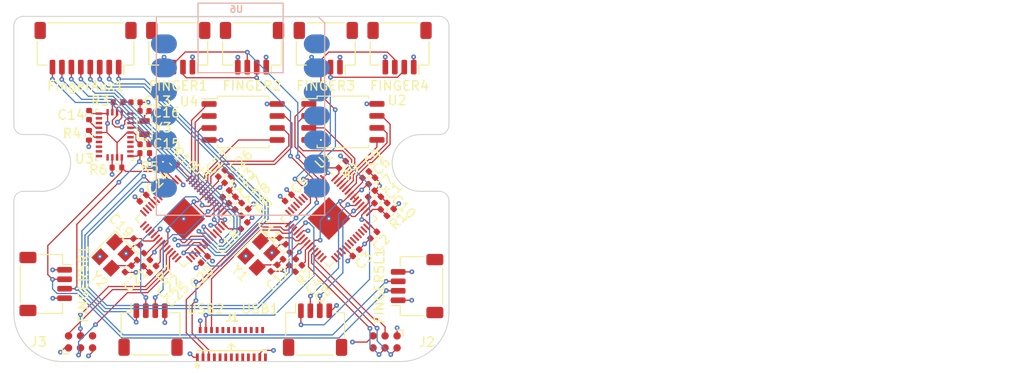
<source format=kicad_pcb>
(kicad_pcb (version 20221018) (generator pcbnew)
  (layers (0 "F.Cu" signal) (1 "In1.Cu" signal) (2 "In2.Cu" signal) (31 "B.Cu" signal) (34 "B.Paste" user) (35 "F.Paste" user) (36 "B.SilkS" user "B.Silkscreen") (37 "F.SilkS" user "F.Silkscreen") (38 "B.Mask" user) (39 "F.Mask" user) (44 "Edge.Cuts" user))
  (property "SHEETTOTAL" "1")
  (net 0 "")
  (net 1 "+3V3")
  (net 2 "GND")
  (net 3 "Net-(U1-VREG_VOUT)")
  (net 4 "Net-(U1-ADC_AVDD)")
  (net 5 "Net-(U1-XIN)")
  (net 6 "Net-(C12-Pad1)")
  (net 7 "D10-MI_CS")
  (net 8 "D12-MI_MISO")
  (net 9 "D11-MI_MOSI")
  (net 10 "D13-MI_SCLK")
  (net 11 "Net-(U3-CAP)")
  (net 12 "Net-(U3-CLKSEL1{slash}XOUT32)")
  (net 13 "Net-(U3-XIN32)")
  (net 14 "Net-(U5-XIN)")
  (net 15 "Net-(C21-Pad1)")
  (net 16 "Net-(U5-ADC_AVDD)")
  (net 17 "Net-(J3-SWDIO)")
  (net 18 "Net-(J3-~{RESET})")
  (net 19 "Net-(J3-SWCLK)")
  (net 21 "Net-(U3-BOOTN)")
  (net 22 "Net-(U3-NRST)")
  (net 23 "Net-(U5-XOUT)")
  (net 27 "Net-(J2-SWDIO)")
  (net 28 "Net-(J2-~{RESET})")
  (net 29 "Net-(J2-SWCLK)")
  (net 33 "Net-(U1-XOUT)")
  (net 35 "INT")
  (net 58 "Net-(U1-USB_DM)")
  (net 59 "Net-(U1-USB_DP)")
  (net 60 "Net-(U1-QSPI_SD3)")
  (net 61 "Net-(U1-QSPI_SCLK)")
  (net 62 "Net-(U1-QSPI_SD0)")
  (net 63 "Net-(U1-QSPI_SD2)")
  (net 64 "Net-(U1-QSPI_SD1)")
  (net 65 "Net-(U1-QSPI_SS)")
  (net 67 "Net-(U4-~{CS})")
  (net 68 "Net-(USB1-Pin_1)")
  (net 85 "Net-(U5-USB_DM)")
  (net 86 "Net-(U5-USB_DP)")
  (net 87 "FPGA_GPIO_7")
  (net 88 "UART_RX")
  (net 89 "UART_TX")
  (net 90 "HAPTICS_DRV")
  (net 91 "NRF_SWCLK")
  (net 92 "FPGA_GPIO_4")
  (net 93 "FPGA_GPIO_5")
  (net 94 "FPGA_GPIO_6")
  (net 95 "MCU_SWDIO")
  (net 96 "MCU_NRST")
  (net 97 "NRF_NRST")
  (net 98 "NRF_SWDIO")
  (net 99 "MCU_SWCLK")
  (net 100 "FPGA_GPIO_12")
  (net 101 "FPGA_GPIO_13")
  (net 102 "VCORE")
  (net 103 "VSYS")
  (net 104 "VUSB")
  (net 105 "Net-(FINGER1-Pin_2)")
  (net 106 "Net-(FINGER1-Pin_3)")
  (net 107 "Net-(FINGER3-Pin_2)")
  (net 108 "Net-(FINGER3-Pin_3)")
  (net 109 "Net-(FINGER5L1-Pin_2)")
  (net 110 "Net-(FINGER5L1-Pin_3)")
  (net 111 "INTER_RP2040_UART_TX1")
  (net 112 "INTER_RP2040_UART_RX1")
  (net 117 "Net-(FingerAux1-Pin_1)")
  (net 118 "Net-(FingerAux1-Pin_2)")
  (net 119 "Net-(FingerAux1-Pin_3)")
  (net 120 "Net-(FingerAux1-Pin_4)")
  (net 121 "Net-(FingerAux1-Pin_5)")
  (net 122 "Net-(FingerAux1-Pin_6)")
  (net 123 "Net-(FingerAux1-Pin_7)")
  (net 124 "Net-(FingerAux1-Pin_8)")
  (net 125 "Net-(U5-VREG_VOUT)")
  (net 126 "Net-(USB2-Pin_1)")
  (net 127 "Net-(U4-DO(IO1))")
  (net 128 "Net-(U4-IO2)")
  (net 129 "Net-(U4-DI(IO0))")
  (net 130 "Net-(U4-CLK)")
  (net 131 "Net-(U4-IO3)")
  (footprint "Resistor_SMD:R_0402_1005Metric" (layer "F.Cu") (at 155.577044 77.315674 -135)
    (fp_text reference "R1")
    (fp_text value "200")
  )
  (footprint "Resistor_SMD:R_0402_1005Metric" (layer "F.Cu") (at 126.68 72.5775)
    (fp_text reference "R6")
    (fp_text value "2k2")
  )
  (footprint "Connector_JST:JST_SH_SM04B-SRSS-TB_1x04-1MP_P1.00mm_Horizontal" (layer "F.Cu") (at 130.23 89.71)
    (fp_text reference "USB2")
    (fp_text value "Conn_01x04")
  )
  (footprint "Connector_JST:JST_SH_SM04B-SRSS-TB_1x04-1MP_P1.00mm_Horizontal" (layer "F.Cu") (at 147.63 89.72)
    (fp_text reference "USB1")
    (fp_text value "Conn_01x04")
  )
  (footprint "Capacitor_SMD:C_0402_1005Metric" (layer "F.Cu") (at 144.2 80.35 -45)
    (fp_text reference "C11")
    (fp_text value "27p")
  )
  (footprint "Connector:Tag-Connect_TC2030-IDC-NL_2x03_P1.27mm_Vertical" (layer "F.Cu") (at 122.83 91.01)
    (fp_text reference "J3")
    (fp_text value "Conn_ARM_SWD_TagConnect_TC2030-NL")
  )
  (footprint "Capacitor_SMD:C_0402_1005Metric" (layer "F.Cu") (at 139.523471 76.667888 45)
    (fp_text reference "C28")
    (fp_text value "2.2u")
  )
  (footprint "Resistor_SMD:R_0402_1005Metric" (layer "F.Cu") (at 123.72 69.16 90)
    (fp_text reference "R4")
    (fp_text value "10k")
  )
  (footprint "Package_DFN_QFN:QFN-56-1EP_7x7mm_P0.4mm_EP3.2x3.2mm" (layer "F.Cu") (at 149.086415 77.974944 -45)
    (fp_text reference "U1")
    (fp_text value "RP2040")
  )
  (footprint "Capacitor_SMD:C_0402_1005Metric" (layer "F.Cu") (at 154.907044 76.665674 45)
    (fp_text reference "C10")
    (fp_text value "2.2u")
  )
  (footprint "Capacitor_SMD:C_0402_1005Metric" (layer "F.Cu") (at 153.63 73.99 45)
    (fp_text reference "C6")
    (fp_text value "100n")
  )
  (footprint "Connector:Tag-Connect_TC2030-IDC-NL_2x03_P1.27mm_Vertical" (layer "F.Cu") (at 155.03 91.01 180)
    (fp_text reference "J2")
    (fp_text value "Conn_ARM_SWD_TagConnect_TC2030-NL")
  )
  (footprint "Connector_JST:JST_SH_SM04B-SRSS-TB_1x04-1MP_P1.00mm_Horizontal" (layer "F.Cu") (at 119.14 84.89 -90)
    (fp_text reference "FINGER5R1")
    (fp_text value "Conn_01x04")
  )
  (footprint "Package_SO:SOIC-8_5.23x5.23mm_P1.27mm" (layer "F.Cu") (at 140.02 67.76)
    (fp_text reference "U4")
    (fp_text value "W25Q32JVSS")
  )
  (footprint "Resistor_SMD:R_0402_1005Metric" (layer "F.Cu") (at 144.6 81.91 45)
    (fp_text reference "R2")
    (fp_text value "1k")
  )
  (footprint "Connector_JST:JST_SH_SM08B-SRSS-TB_1x08-1MP_P1.00mm_Horizontal" (layer "F.Cu") (at 123.36 59.955 180)
    (fp_text reference "FingerAux1")
    (fp_text value "Conn_01x08")
  )
  (footprint "Connector_JST:JST_SH_SM04B-SRSS-TB_1x04-1MP_P1.00mm_Horizontal" (layer "F.Cu") (at 156.56 59.955 180)
    (fp_text reference "FINGER4")
    (fp_text value "Conn_01x04")
  )
  (footprint "Resistor_SMD:R_0402_1005Metric" (layer "F.Cu") (at 150.51 72.25 45)
    (fp_text reference "R9")
    (fp_text value "1k")
  )
  (footprint "Capacitor_SMD:C_0402_1005Metric" (layer "F.Cu") (at 130.47 83.33 -135)
    (fp_text reference "C25")
    (fp_text value "100n")
  )
  (footprint "Capacitor_SMD:C_0402_1005Metric" (layer "F.Cu") (at 151.957044 81.585674 45)
    (fp_text reference "C3")
    (fp_text value "100n")
  )
  (footprint "Capacitor_SMD:C_0402_1005Metric" (layer "F.Cu") (at 140.12 78.72 45)
    (fp_text reference "C18")
    (fp_text value "100n")
  )
  (footprint "Capacitor_SMD:C_0402_1005Metric" (layer "F.Cu") (at 129.6 66.5975 180)
    (fp_text reference "C16")
    (fp_text value "22p")
  )
  (footprint "Capacitor_SMD:C_0402_1005Metric" (layer "F.Cu") (at 137.74 73.2 45)
    (fp_text reference "C27")
    (fp_text value "100n")
  )
  (footprint "Capacitor_SMD:C_0402_1005Metric" (layer "F.Cu") (at 145.89 83.25 -135)
    (fp_text reference "C8")
    (fp_text value "100n")
  )
  (footprint "Capacitor_SMD:C_0402_1005Metric" (layer "F.Cu") (at 128.64 65.6775 180)
    (fp_text reference "C13")
    (fp_text value "100n")
  )
  (footprint "Resistor_SMD:R_0402_1005Metric" (layer "F.Cu") (at 129.62 71.05 180)
    (fp_text reference "R5")
    (fp_text value "2k2")
  )
  (footprint "Capacitor_SMD:C_0402_1005Metric" (layer "F.Cu") (at 129.82 82.67 -135)
    (fp_text reference "C22")
    (fp_text value "100n")
  )
  (footprint "Capacitor_SMD:C_0402_1005Metric" (layer "F.Cu") (at 138.4 73.85 45)
    (fp_text reference "C26")
    (fp_text value "100n")
  )
  (footprint "Capacitor_SMD:C_0402_1005Metric" (layer "F.Cu") (at 135.92 82.3 -135)
    (fp_text reference "C20")
    (fp_text value "100n")
  )
  (footprint "Crystal:Crystal_SMD_3225-4Pin_3.2x2.5mm" (layer "F.Cu") (at 141.68 81.76 -135)
    (fp_text reference "Y1")
    (fp_text value "12.000MHz")
  )
  (footprint "Connector_JST:JST_SH_SM04B-SRSS-TB_1x04-1MP_P1.00mm_Horizontal" (layer "F.Cu") (at 133.16 59.955 180)
    (fp_text reference "FINGER1")
    (fp_text value "Conn_01x04")
  )
  (footprint "Capacitor_SMD:C_0402_1005Metric" (layer "F.Cu") (at 123.73 67.0275 -90)
    (fp_text reference "C14")
    (fp_text value "100n")
  )
  (footprint "Capacitor_SMD:C_0402_1005Metric" (layer "F.Cu") (at 152.98 73.33 45)
    (fp_text reference "C9")
    (fp_text value "100n")
  )
  (footprint "Capacitor_SMD:C_0402_1005Metric" (layer "F.Cu") (at 128.77 80.43 -45)
    (fp_text reference "C19")
    (fp_text value "27p")
  )
  (footprint "Connector_JST:JST_SH_SM04B-SRSS-TB_1x04-1MP_P1.00mm_Horizontal" (layer "F.Cu") (at 148.76 59.955 180)
    (fp_text reference "FINGER3")
    (fp_text value "Conn_01x04")
  )
  (footprint "Capacitor_SMD:C_0402_1005Metric" (layer "F.Cu") (at 144.797044 75.785674 -135)
    (fp_text reference "C5")
    (fp_text value "100n")
  )
  (footprint "Capacitor_SMD:C_0402_1005Metric" (layer "F.Cu") (at 143.29 83.21 -135)
    (fp_text reference "C12")
    (fp_text value "27p")
  )
  (footprint "Resistor_SMD:R_0402_1005Metric" (layer "F.Cu") (at 140.203471 77.317888 -135)
    (fp_text reference "R8")
    (fp_text value "200")
  )
  (footprint "Capacitor_SMD:C_0402_1005Metric" (layer "F.Cu") (at 138.203471 75.347888 45)
    (fp_text reference "C23")
    (fp_text value "2.2u")
  )
  (footprint "my_connectors:25PIN FRONT FLIP 0.6mm PITCH AYF332535A" (layer "F.Cu") (at 138.78 91.2)
    (fp_text reference "J1")
    (fp_text value "Conn_01x25" hide)
  )
  (footprint "Connector_JST:JST_SH_SM04B-SRSS-TB_1x04-1MP_P1.00mm_Horizontal" (layer "F.Cu") (at 158.42 85.11 90)
    (fp_text reference "FINGER5L1")
    (fp_text value "Conn_01x04")
  )
  (footprint "Capacitor_SMD:C_0402_1005Metric" (layer "F.Cu") (at 153.587044 75.355674 45)
    (fp_text reference "C7")
    (fp_text value "2.2u")
  )
  (footprint "Package_LGA:LGA-28_5.2x3.8mm_P0.5mm" (layer "F.Cu") (at 126.44 69.12 -90)
    (fp_text reference "U3")
    (fp_text value "~")
  )
  (footprint "Capacitor_SMD:C_0402_1005Metric" (layer "F.Cu") (at 145.24 82.59 -135)
    (fp_text reference "C4")
    (fp_text value "100n")
  )
  (footprint "Package_DFN_QFN:QFN-56-1EP_7x7mm_P0.4mm_EP3.2x3.2mm" (layer "F.Cu") (at 133.733572 77.996416 -45)
    (fp_text reference "U5")
    (fp_text value "RP2040")
  )
  (footprint "Capacitor_SMD:C_0402_1005Metric" (layer "F.Cu") (at 154.247044 76.005674 45)
    (fp_text reference "C1")
    (fp_text value "2.2u")
  )
  (footprint "Crystal:Crystal_SMD_2012-2Pin_2.0x1.2mm" (layer "F.Cu") (at 129.59 68.3575 90)
    (fp_text reference "Y3")
    (fp_text value "32.768kHz")
  )
  (footprint "Package_SO:SOIC-8_5.23x5.23mm_P1.27mm" (layer "F.Cu") (at 150.57 67.75)
    (fp_text reference "U2")
    (fp_text value "W25Q32JVSS")
  )
  (footprint "Capacitor_SMD:C_0402_1005Metric" (layer "F.Cu") (at 129.6 70.1175 180)
    (fp_text reference "C15")
    (fp_text value "22p")
  )
  (footprint "Capacitor_SMD:C_0402_1005Metric" (layer "F.Cu") (at 127.87 83.29 -135)
    (fp_text reference "C21")
    (fp_text value "27p")
  )
  (footprint "Capacitor_SMD:C_0402_1005Metric" (layer "F.Cu") (at 153.827044 79.715674 -135)
    (fp_text reference "C2")
    (fp_text value "100n")
  )
  (footprint "Resistor_SMD:R_0402_1005Metric" (layer "F.Cu") (at 132.62 71.96 135)
    (fp_text reference "R10")
    (fp_text value "1k")
  )
  (footprint "Resistor_SMD:R_0402_1005Metric" (layer "F.Cu") (at 129.18 81.99 45)
    (fp_text reference "R7")
    (fp_text value "1k")
  )
  (footprint "Crystal:Crystal_SMD_3225-4Pin_3.2x2.5mm" (layer "F.Cu") (at 126.26 81.84 -135)
    (fp_text reference "Y2")
    (fp_text value "12.000MHz")
  )
  (footprint "Resistor_SMD:R_0402_1005Metric" (layer "F.Cu") (at 126.8 65.6675)
    (fp_text reference "R3")
    (fp_text value "10k")
  )
  (footprint "Capacitor_SMD:C_0402_1005Metric" (layer "F.Cu") (at 138.863471 76.007888 45)
    (fp_text reference "C17")
    (fp_text value "2.2u")
  )
  (footprint "Capacitor_SMD:C_0402_1005Metric" (layer "F.Cu") (at 129.436415 75.813573 -135)
    (fp_text reference "C24")
    (fp_text value "100n")
  )
  (footprint "Connector_JST:JST_SH_SM04B-SRSS-TB_1x04-1MP_P1.00mm_Horizontal" (layer "F.Cu") (at 140.96 59.955 180)
    (fp_text reference "FINGER2")
    (fp_text value "Conn_01x04")
  )
  (footprint "footprints:MOUDLE14P-SMD-2.54-21X17.8MM" (layer "B.Cu") (at 148.646 77.61925 180)
    (fp_text reference "U6")
    (fp_text value "MOUDLE-SEEEDUINO-XIAO-ESP32C3")
  )
  (gr_line (start 115.78 68.09) (end 115.78 57.59) (stroke (width 0.1)) (layer "Edge.Cuts"))
  (gr_line (start 118.78 75.09) (end 116.78 75.09) (stroke (width 0.1)) (layer "Edge.Cuts"))
  (gr_line (start 158.78 69.09) (end 160.78 69.09) (stroke (width 0.1)) (layer "Edge.Cuts"))
  (gr_line (start 120.901 93.09) (end 156.659 93.09) (stroke (width 0.1)) (layer "Edge.Cuts"))
  (gr_line (start 161.78 68.09) (end 161.78 57.59) (stroke (width 0.1)) (layer "Edge.Cuts"))
  (gr_line (start 115.78 76.09) (end 115.78 87.969) (stroke (width 0.1)) (layer "Edge.Cuts"))
  (gr_arc (start 161.78 87.969) (mid 160.280094 91.590093) (end 156.659 93.09) (stroke (width 0.1)) (layer "Edge.Cuts"))
  (gr_arc (start 115.78 76.09) (mid 116.072893 75.382894) (end 116.78 75.09) (stroke (width 0.1)) (layer "Edge.Cuts"))
  (gr_arc (start 161.78 68.09) (mid 161.487107 68.797106) (end 160.78 69.09) (stroke (width 0.1)) (layer "Edge.Cuts"))
  (gr_line (start 160.78 75.09) (end 158.78 75.09) (stroke (width 0.1)) (layer "Edge.Cuts"))
  (gr_line (start 116.78 69.09) (end 118.78 69.09) (stroke (width 0.1)) (layer "Edge.Cuts"))
  (gr_line (start 160.78 56.59) (end 116.78 56.59) (stroke (width 0.1)) (layer "Edge.Cuts"))
  (gr_arc (start 118.78 69.09) (mid 121.78 72.09) (end 118.78 75.09) (stroke (width 0.1)) (layer "Edge.Cuts"))
  (gr_arc (start 160.78 75.09) (mid 161.487106 75.382893) (end 161.78 76.09) (stroke (width 0.1)) (layer "Edge.Cuts"))
  (gr_arc (start 116.78 69.09) (mid 116.072894 68.797107) (end 115.78 68.09) (stroke (width 0.1)) (layer "Edge.Cuts"))
  (gr_line (start 161.78 87.969) (end 161.78 76.09) (stroke (width 0.1)) (layer "Edge.Cuts"))
  (gr_arc (start 158.78 75.09) (mid 155.78 72.09) (end 158.78 69.09) (stroke (width 0.1)) (layer "Edge.Cuts"))
  (gr_arc (start 160.78 56.59) (mid 161.487106 56.882893) (end 161.78 57.59) (stroke (width 0.1)) (layer "Edge.Cuts"))
  (gr_arc (start 115.78 57.59) (mid 116.072893 56.882894) (end 116.78 56.59) (stroke (width 0.1)) (layer "Edge.Cuts"))
  (gr_arc (start 120.901 93.09) (mid 117.279907 91.590094) (end 115.78 87.969) (stroke (width 0.1)) (layer "Edge.Cuts"))
  (segment (start 151.658516 75.685686) (end 151.941359 75.968529) (width 0.127) (layer "F.Cu") (net 1))
  (segment (start 133.68 74.265889) (end 133.14137 73.727259) (width 0.127) (layer "F.Cu") (net 1))
  (segment (start 130.13 71.05) (end 130.13 71.7375) (width 0.127) (layer "F.Cu") (net 1))
  (segment (start 129.29 74.98) (end 129.29 74.988336) (width 0.127) (layer "F.Cu") (net 1))
  (segment (start 129.775826 75.474162) (end 129.797105 75.474162) (width 0.127) (layer "F.Cu") (net 1))
  (segment (start 136.259411 81.960589) (end 136.259411 81.936468) (width 0.127) (layer "F.Cu") (net 1))
  (segment (start 142.1075 91.91) (end 143.23 91.91) (width 0.127) (layer "F.Cu") (net 1))
  (segment (start 138.002729 78.588618) (end 138.002729 78.591551) (width 0.127) (layer "F.Cu") (net 1))
  (segment (start 127.32 65.6775) (end 127.31 65.6675) (width 0.127) (layer "F.Cu") (net 1))
  (segment (start 127.31 65.6675) (end 126.69 66.2875) (width 0.127) (layer "F.Cu") (net 1))
  (segment (start 138.088344 78.093512) (end 138.161751 78.166919) (width 0.127) (layer "F.Cu") (net 1))
  (segment (start 127.5015 67.989717) (end 127.5015 67.6335) (width 0.127) (layer "F.Cu") (net 1))
  (segment (start 137.5727 74.6973) (end 137.5727 74.6773) (width 0.127) (layer "F.Cu") (net 1))
  (segment (start 152.56 78.08) (end 152.56 77.612628) (width 0.127) (layer "F.Cu") (net 1))
  (segment (start 137.5727 74.6973) (end 137.315531 74.6973) (width 0.127) (layer "F.Cu") (net 1))
  (segment (start 126.516508 68.287725) (end 126.1965 67.967717) (width 0.127) (layer "F.Cu") (net 1))
  (segment (start 126.17 72.5775) (end 126.17 73.3) (width 0.127) (layer "F.Cu") (net 1))
  (segment (start 136.267004 81.942984) (end 136.267004 81.947004) (width 0.127) (layer "F.Cu") (net 1))
  (segment (start 137.919411 74.330577) (end 137.892983 74.357005) (width 0.127) (layer "F.Cu") (net 1))
  (segment (start 138.088344 78.093512) (end 138.002729 78.179127) (width 0.127) (layer "F.Cu") (net 1))
  (segment (start 138.088344 78.093512) (end 138.021905 78.027073) (width 0.127) (layer "F.Cu") (net 1))
  (segment (start 149 73.123624) (end 148.494213 73.629411) (width 0.127) (layer "F.Cu") (net 1))
  (segment (start 148.494213 73.629411) (end 148.494213 73.705787) (width 0.127) (layer "F.Cu") (net 1))
  (segment (start 127.196222 68.294995) (end 127.5015 67.989717) (width 0.127) (layer "F.Cu") (net 1))
  (segment (start 126.516508 68.287725) (end 127.188952 68.287725) (width 0.127) (layer "F.Cu") (net 1))
  (segment (start 121.56 91.645) (end 121.165 91.645) (width 0.127) (layer "F.Cu") (net 1))
  (segment (start 151.614915 81.925085) (end 151.08 82.46) (width 0.127) (layer "F.Cu") (net 1))
  (segment (start 136.267004 81.942984) (end 136.265927 81.942984) (width 0.127) (layer "F.Cu") (net 1))
  (segment (start 131.66 61.955) (end 131.66 60.9) (width 0.127) (layer "F.Cu") (net 1))
  (segment (start 154.17 65.845) (end 153.105 65.845) (width 0.127) (layer "F.Cu") (net 1))
  (segment (start 139.46 61.955) (end 139.46 60.91) (width 0.127) (layer "F.Cu") (net 1))
  (segment (start 129.29 74.988336) (end 129.775826 75.474162) (width 0.127) (layer "F.Cu") (net 1))
  (segment (start 137.892983 74.357005) (end 137.892983 74.358578) (width 0.127) (layer "F.Cu") (net 1))
  (segment (start 123.72 69.67) (end 123.72 70.35) (width 0.127) (layer "F.Cu") (net 1))
  (segment (start 126.1965 67.580733) (end 126.69 67.087233) (width 0.127) (layer "F.Cu") (net 1))
  (segment (start 141.78 92.6375) (end 141.78 92.2375) (width 0.127) (layer "F.Cu") (net 1))
  (segment (start 136.259411 81.960589) (end 136.280589 81.960589) (width 0.127) (layer "F.Cu") (net 1))
  (segment (start 143.62 65.855) (end 142.555 65.855) (width 0.127) (layer "F.Cu") (net 1))
  (segment (start 145.97 81.52) (end 145.97 81.374202) (width 0.127) (layer "F.Cu") (net 1))
  (segment (start 147.26 61.955) (end 147.26 60.91) (width 0.127) (layer "F.Cu") (net 1))
  (segment (start 119.9 86.39) (end 121.14 86.39) (width 0.127) (layer "F.Cu") (net 1))
  (segment (start 138.021905 78.027073) (end 137.634224 78.027073) (width 0.127) (layer "F.Cu") (net 1))
  (segment (start 126.1965 67.967717) (end 126.1965 67.580733) (width 0.127) (layer "F.Cu") (net 1))
  (segment (start 153.174597 74.329411) (end 152.557004 74.947004) (width 0.127) (layer "F.Cu") (net 1))
  (segment (start 155.06 61.955) (end 155.06 60.89) (width 0.127) (layer "F.Cu") (net 1))
  (segment (start 152.557004 74.947004) (end 152.397198 74.947004) (width 0.127) (layer "F.Cu") (net 1))
  (segment (start 154.164689 79.376263) (end 153.355572 78.567146) (width 0.127) (layer "F.Cu") (net 1))
  (segment (start 153.827543 76.345085) (end 153.072729 77.099899) (width 0.127) (layer "F.Cu") (net 1))
  (segment (start 127.765 67.37) (end 128.1025 67.37) (width 0.127) (layer "F.Cu") (net 1))
  (segment (start 141.78 92.2375) (end 142.1075 91.91) (width 0.127) (layer "F.Cu") (net 1))
  (segment (start 156.3 90.375) (end 156.3 89.53) (width 0.127) (layer "F.Cu") (net 1))
  (segment (start 139.780589 79.059411) (end 138.473522 79.059411) (width 0.127) (layer "F.Cu") (net 1))
  (segment (start 127.188952 68.287725) (end 127.196222 68.294995) (width 0.127) (layer "F.Cu") (net 1))
  (segment (start 145.136455 75.446263) (end 145.136455 75.426455) (width 0.127) (layer "F.Cu") (net 1))
  (segment (start 129.797105 75.474162) (end 130.595786 76.272843) (width 0.127) (layer "F.Cu") (net 1))
  (segment (start 138.473522 79.059411) (end 138.002729 78.588618) (width 0.127) (layer "F.Cu") (net 1))
  (segment (start 137.634224 78.027073) (end 137.37987 77.772719) (width 0.127) (layer "F.Cu") (net 1))
  (segment (start 121.165 91.645) (end 120.71 92.1) (width 0.127) (layer "F.Cu") (net 1))
  (segment (start 126.17 72.5775) (end 126.17 71.5275) (width 0.127) (layer "F.Cu") (net 1))
  (segment (start 155.937668 76.95505) (end 155.937668 76.932332) (width 0.127) (layer "F.Cu") (net 1))
  (segment (start 152.397198 74.947004) (end 151.658516 75.685686) (width 0.127) (layer "F.Cu") (net 1))
  (segment (start 152.868426 78.08) (end 153.355572 78.567146) (width 0.127) (layer "F.Cu") (net 1))
  (segment (start 156.9 83.61) (end 156.42 83.61) (width 0.127) (layer "F.Cu") (net 1))
  (segment (start 137.37987 77.461387) (end 137.719886 77.121371) (width 0.127) (layer "F.Cu") (net 1))
  (segment (start 138.52406 76.347299) (end 138.493958 76.347299) (width 0.127) (layer "F.Cu") (net 1))
  (segment (start 140.564095 76.957264) (end 140.582736 76.957264) (width 0.127) (layer "F.Cu") (net 1))
  (segment (start 123.72 70.35) (end 123.7 70.37) (width 0.127) (layer "F.Cu") (net 1))
  (segment (start 138.002729 78.179127) (end 138.002729 78.588618) (width 0.127) (layer "F.Cu") (net 1))
  (segment (start 140.582736 76.957264) (end 141.12 76.42) (width 0.127) (layer "F.Cu") (net 1))
  (segment (start 152.56 78.08) (end 152.868426 78.08) (width 0.127) (layer "F.Cu") (net 1))
  (segment (start 153.907633 76.345085) (end 153.827543 76.345085) (width 0.127) (layer "F.Cu") (net 1))
  (segment (start 156.42 83.61) (end 157.85 83.61) (width 0.127) (layer "F.Cu") (net 1))
  (segment (start 126.69 66.2875) (end 126.69 66.7325) (width 0.127) (layer "F.Cu") (net 1))
  (segment (start 145.136455 75.446263) (end 145.143521 75.446263) (width 0.127) (layer "F.Cu") (net 1))
  (segment (start 153.445 65.855) (end 153.44 65.85) (width 0.127) (layer "F.Cu") (net 1))
  (segment (start 153.290589 74.329411) (end 153.174597 74.329411) (width 0.127) (layer "F.Cu") (net 1))
  (segment (start 137.5727 74.6773) (end 138.060589 74.189411) (width 0.127) (layer "F.Cu") (net 1))
  (segment (start 145.136455 75.426455) (end 144.62 74.91) (width 0.127) (layer "F.Cu") (net 1))
  (segment (start 130.640862 81.531776) (end 130.640862 81.371969) (width 0.127) (layer "F.Cu") (net 1))
  (segment (start 127.5015 67.6335) (end 127.765 67.37) (width 0.127) (layer "F.Cu") (net 1))
  (segment (start 130.640862 81.371969) (end 131.444314 80.568517) (width 0.127) (layer "F.Cu") (net 1))
  (segment (start 155.06 60.89) (end 155.05 60.88) (width 0.127) (layer "F.Cu") (net 1))
  (segment (start 136.588516 75.990001) (end 136.305673 75.707158) (width 0.127) (layer "F.Cu") (net 1))
  (segment (start 154.166455 79.376263) (end 154.164689 79.376263) (width 0.127) (layer "F.Cu") (net 1))
  (segment (start 145.97 81.374202) (end 146.797157 80.547045) (width 0.127) (layer "F.Cu") (net 1))
  (segment (start 151.617633 81.925085) (end 151.617633 81.920375) (width 0.127) (layer "F.Cu") (net 1))
  (segment (start 126.17 71.5275) (end 126.19 71.5075) (width 0.127) (layer "F.Cu") (net 1))
  (segment (start 133.68 74.41) (end 133.68 74.265889) (width 0.127) (layer "F.Cu") (net 1))
  (segment (start 145.579411 81.910589) (end 145.579411 82.250589) (width 0.127) (layer "F.Cu") (net 1))
  (segment (start 137.37987 77.772719) (end 137.37987 77.461387) (width 0.127) (layer "F.Cu") (net 1))
  (segment (start 145.97 81.52) (end 145.579411 81.910589) (width 0.127) (layer "F.Cu") (net 1))
  (segment (start 138.161751 78.166919) (end 138.161751 78.208249) (width 0.127) (layer "F.Cu") (net 1))
  (segment (start 119.89 86.4) (end 119.9 86.39) (width 0.127) (layer "F.Cu") (net 1))
  (segment (start 137.315531 74.6973) (end 136.305673 75.707158) (width 0.127) (layer "F.Cu") (net 1))
  (segment (start 155.937668 76.932332) (end 156.48 76.39) (width 0.127) (layer "F.Cu") (net 1))
  (segment (start 152.56 77.612628) (end 153.072729 77.099899) (width 0.127) (layer "F.Cu") (net 1))
  (segment (start 130.159411 82.330589) (end 130.159411 82.013227) (width 0.127) (layer "F.Cu") (net 1))
  (segment (start 151.617633 81.925085) (end 151.614915 81.925085) (width 0.127) (layer "F.Cu") (net 1))
  (segment (start 145.143521 75.446263) (end 145.948629 76.251371) (width 0.127) (layer "F.Cu") (net 1))
  (segment (start 130.159411 82.013227) (end 130.640862 81.531776) (width 0.127) (layer "F.Cu") (net 1))
  (segment (start 128.16 65.6775) (end 127.32 65.6775) (width 0.127) (layer "F.Cu") (net 1))
  (segment (start 136.280589 81.960589) (end 136.79 82.47) (width 0.127) (layer "F.Cu") (net 1))
  (segment (start 138.493958 76.347299) (end 137.719886 77.121371) (width 0.127) (layer "F.Cu") (net 1))
  (segment (start 142.555 65.855) (end 142.55 65.85) (width 0.127) (layer "F.Cu") (net 1))
  (segment (start 157.85 83.61) (end 157.86 83.6) (width 0.127) (layer "F.Cu") (net 1))
  (segment (start 126.69 67.087233) (end 126.69 66.7325) (width 0.127) (layer "F.Cu") (net 1))
  (segment (start 151.617633 81.920375) (end 150.809988 81.11273) (width 0.127) (layer "F.Cu") (net 1))
  (segment (start 126.17 73.3) (end 126.16 73.31) (width 0.127) (layer "F.Cu") (net 1))
  (segment (start 136.259411 81.936468) (end 135.457145 81.134202) (width 0.127) (layer "F.Cu") (net 1))
  (via (at 147.26 60.91) (size 0.5) (drill 0.2) (layers "F.Cu" "B.Cu") (net 1))
  (via (at 136.79 82.47) (size 0.5) (drill 0.2) (layers "F.Cu" "B.Cu") (net 1))
  (via (at 130.13 71.7375) (size 0.5) (drill 0.2) (layers "F.Cu" "B.Cu") (net 1))
  (via (at 142.55 65.85) (size 0.5) (drill 0.2) (layers "F.Cu" "B.Cu") (net 1))
  (via (at 151.08 82.46) (size 0.5) (drill 0.2) (layers "F.Cu" "B.Cu") (net 1))
  (via (at 119.89 86.4) (size 0.5) (drill 0.2) (layers "F.Cu" "B.Cu") (net 1))
  (via (at 130.640862 81.531776) (size 0.5) (drill 0.2) (layers "F.Cu" "B.Cu") (net 1))
  (via (at 139.46 60.91) (size 0.5) (drill 0.2) (layers "F.Cu" "B.Cu") (net 1))
  (via (at 157.86 83.6) (size 0.5) (drill 0.2) (layers "F.Cu" "B.Cu") (net 1))
  (via (at 127.196222 68.294995) (size 0.5) (drill 0.2) (layers "F.Cu" "B.Cu") (net 1))
  (via (at 129.29 74.98) (size 0.5) (drill 0.2) (layers "F.Cu" "B.Cu") (net 1))
  (via (at 137.5727 74.6973) (size 0.5) (drill 0.2) (layers "F.Cu" "B.Cu") (net 1))
  (via (at 138.088344 78.093512) (size 0.5) (drill 0.2) (layers "F.Cu" "B.Cu") (net 1))
  (via (at 131.66 60.9) (size 0.5) (drill 0.2) (layers "F.Cu" "B.Cu") (net 1))
  (via (at 123.7 70.37) (size 0.5) (drill 0.2) (layers "F.Cu" "B.Cu") (net 1))
  (via (at 152.557004 74.947004) (size 0.5) (drill 0.2) (layers "F.Cu" "B.Cu") (net 1))
  (via (at 126.16 73.31) (size 0.5) (drill 0.2) (layers "F.Cu" "B.Cu") (net 1))
  (via (at 149 73.123624) (size 0.5) (drill 0.2) (layers "F.Cu" "B.Cu") (net 1))
  (via (at 153.1 65.84) (size 0.5) (drill 0.2) (layers "F.Cu" "B.Cu") (net 1))
  (via (at 155.05 60.88) (size 0.5) (drill 0.2) (layers "F.Cu" "B.Cu") (net 1))
  (via (at 156.3 89.53) (size 0.5) (drill 0.2) (layers "F.Cu" "B.Cu") (net 1))
  (via (at 141.12 76.42) (size 0.5) (drill 0.2) (layers "F.Cu" "B.Cu") (net 1))
  (via (at 144.62 74.91) (size 0.5) (drill 0.2) (layers "F.Cu" "B.Cu") (net 1))
  (via (at 133.68 74.41) (size 0.5) (drill 0.2) (layers "F.Cu" "B.Cu") (net 1))
  (via (at 145.97 81.52) (size 0.5) (drill 0.2) (layers "F.Cu" "B.Cu") (net 1))
  (via (at 143.23 91.91) (size 0.5) (drill 0.2) (layers "F.Cu" "B.Cu") (net 1))
  (via (at 120.71 92.1) (size 0.5) (drill 0.2) (layers "F.Cu" "B.Cu") (net 1))
  (via (at 156.48 76.39) (size 0.5) (drill 0.2) (layers "F.Cu" "B.Cu") (net 1))
  (via (at 152.56 78.08) (size 0.5) (drill 0.2) (layers "F.Cu" "B.Cu") (net 1))
  (segment (start 154.44 74.51) (end 154.44 74.121178) (width 0.127) (layer "F.Cu") (net 2))
  (segment (start 144.455085 76.125085) (end 143.94 75.61) (width 0.127) (layer "F.Cu") (net 2))
  (segment (start 130.595786 79.719989) (end 130.600011 79.719989) (width 0.127) (layer "F.Cu") (net 2))
  (segment (start 125.615 67.9785) (end 125.6835 67.91) (width 0.127) (layer "F.Cu") (net 2))
  (segment (start 127.19 67.313432) (end 127.19 66.7325) (width 0.127) (layer "F.Cu") (net 2))
  (segment (start 126.69 71.5075) (end 126.69 69.945) (width 0.127) (layer "F.Cu") (net 2))
  (segment (start 127.765 68.87) (end 128.1025 68.87) (width 0.127) (layer "F.Cu") (net 2))
  (segment (start 149.345492 87.72) (end 149.13 87.72) (width 0.127) (layer "F.Cu") (net 2))
  (segment (start 139.07 73.841178) (end 138.739411 73.510589) (width 0.127) (layer "F.Cu") (net 2))
  (segment (start 146.97 69.655) (end 148.235 69.655) (width 0.127) (layer "F.Cu") (net 2))
  (segment (start 146.387146 79.26) (end 145.948629 79.698517) (width 0.127) (layer "F.Cu") (net 2))
  (segment (start 125.5525 66.87) (end 125.69 66.7325) (width 0.127) (layer "F.Cu") (net 2))
  (segment (start 139.07 74.47) (end 139.07 73.841178) (width 0.127) (layer "F.Cu") (net 2))
  (segment (start 145.550589 83.589411) (end 145.550589 83.579411) (width 0.127) (layer "F.Cu") (net 2))
  (segment (start 136.42 69.665) (end 137.675 69.665) (width 0.127) (layer "F.Cu") (net 2))
  (segment (start 129.9625 65.6775) (end 129.97 65.67) (width 0.127) (layer "F.Cu") (net 2))
  (segment (start 152.87 80.65) (end 152.892718 80.65) (width 0.127) (layer "F.Cu") (net 2))
  (segment (start 135.18 92.6375) (end 134.7675 92.6375) (width 0.127) (layer "F.Cu") (net 2))
  (segment (start 140.97 77.87) (end 140.459411 78.380589) (width 0.127) (layer "F.Cu") (net 2))
  (segment (start 128.7035 69.1335) (end 128.44 68.87) (width 0.127) (layer "F.Cu") (net 2))
  (segment (start 129.12 65.6775) (end 129.9625 65.6775) (width 0.127) (layer "F.Cu") (net 2))
  (segment (start 144.37 83.47) (end 144.290589 83.549411) (width 0.127) (layer "F.Cu") (net 2))
  (segment (start 150.26 61.955) (end 150.26 60.91) (width 0.127) (layer "F.Cu") (net 2))
  (segment (start 145.550589 83.579411) (end 144.900589 82.929411) (width 0.127) (layer "F.Cu") (net 2))
  (segment (start 124.1 91.645) (end 124.1 92.06) (width 0.127) (layer "F.Cu") (net 2))
  (segment (start 128.7035 69.701) (end 128.7035 69.1335) (width 0.127) (layer "F.Cu") (net 2))
  (segment (start 149.086415 77.973585) (end 149.09 77.97) (width 0.127) (layer "F.Cu") (net 2))
  (segment (start 129.12 66.5975) (end 129.12 65.6775) (width 0.127) (layer "F.Cu") (net 2))
  (segment (start 125.69 66.7325) (end 125.69 67.9035) (width 0.127) (layer "F.Cu") (net 2))
  (segment (start 124.7775 66.87) (end 124.0525 66.87) (width 0.127) (layer "F.Cu") (net 2))
  (segment (start 119.89 83.39) (end 119.88 83.4) (width 0.127) (layer "F.Cu") (net 2))
  (segment (start 139.862882 76.328477) (end 139.202882 75.668477) (width 0.127) (layer "F.Cu") (net 2))
  (segment (start 124.881142 82.016777) (end 124.881142 82.001142) (width 0.127) (layer "F.Cu") (net 2))
  (segment (start 128.53267 80.769411) (end 127.638858 81.663223) (width 0.127) (layer "F.Cu") (net 2))
  (segment (start 130.130589 83.659411) (end 129.480589 83.009411) (width 0.127) (layer "F.Cu") (net 2))
  (segment (start 146.88 79.26) (end 146.387146 79.26) (width 0.127) (layer "F.Cu") (net 2))
  (segment (start 134.7675 92.6375) (end 134.4 92.27) (width 0.127) (layer "F.Cu") (net 2))
  (segment (start 153.933737 75.016263) (end 154.44 74.51) (width 0.127) (layer "F.Cu") (net 2))
  (segment (start 124.881142 82.001142) (end 124.87 81.99) (width 0.127) (layer "F.Cu") (net 2))
  (segment (start 138.542882 74.997118) (end 139.07 74.47) (width 0.127) (layer "F.Cu") (net 2))
  (segment (start 135.49 88.77) (end 135.49 89.7525) (width 0.127) (layer "F.Cu") (net 2))
  (segment (start 124.1 92.06) (end 123.67 92.49) (width 0.127) (layer "F.Cu") (net 2))
  (segment (start 135.580589 82.639411) (end 135.04 83.18) (width 0.127) (layer "F.Cu") (net 2))
  (segment (start 149.086415 77.974944) (end 149.086415 77.973585) (width 0.127) (layer "F.Cu") (net 2))
  (segment (start 142.46 61.955) (end 142.46 60.91) (width 0.127) (layer "F.Cu") (net 2))
  (segment (start 154.586455 75.666263) (end 155.246455 76.326263) (width 0.127) (layer "F.Cu") (net 2))
  (segment (start 153.76 90.375) (end 153.105 91.03) (width 0.127) (layer "F.Cu") (net 2))
  (segment (start 149.902746 87.162746) (end 149.345492 87.72) (width 0.127) (layer "F.Cu") (net 2))
  (segment (start 154.44 74.121178) (end 153.969411 73.650589) (width 0.127) (layer "F.Cu") (net 2))
  (segment (start 124.7775 68.87) (end 125.615 68.87) (width 0.127) (layer "F.Cu") (net 2))
  (segment (start 127.561178 83.66) (end 127.530589 83.629411) (width 0.127) (layer "F.Cu") (net 2))
  (segment (start 130.130589 83.669411) (end 130.130589 83.659411) (width 0.127) (layer "F.Cu") (net 2))
  (segment (start 134.66 61.955) (end 134.66 60.89) (width 0.127) (layer "F.Cu") (net 2))
  (segment (start 126.729207 67.774225) (end 127.19 67.313432) (width 0.127) (layer "F.Cu") (net 2))
  (segment (start 158.06 60.89) (end 158.05 60.88) (width 0.127) (layer "F.Cu") (net 2))
  (segment (start 143.160589 81.684954) (end 143.058858 81.583223) (width 0.127) (layer "F.Cu") (net 2))
  (segment (start 152.87 80.65) (end 152.87 80.672718) (width 0.127) (layer "F.Cu") (net 2))
  (segment (start 130.600011 79.719989) (end 131.25 79.07) (width 0.127) (layer "F.Cu") (net 2))
  (segment (start 153.105 91.03) (end 151.58 91.03) (width 0.127) (layer "F.Cu") (net 2))
  (segment (start 124.7775 66.87) (end 125.5525 66.87) (width 0.127) (layer "F.Cu") (net 2))
  (segment (start 124.0525 66.87) (end 123.73 66.5475) (width 0.127) (layer "F.Cu") (net 2))
  (segment (start 134.66 60.89) (end 134.67 60.88) (width 0.127) (layer "F.Cu") (net 2))
  (segment (start 126.69 69.945) (end 127.765 68.87) (width 0.127) (layer "F.Cu") (net 2))
  (segment (start 153.319411 73.000589) (end 153.969411 73.650589) (width 0.127) (layer "F.Cu") (net 2))
  (segment (start 125.615 68.87) (end 126.69 69.945) (width 0.127) (layer "F.Cu") (net 2))
  (segment (start 128.83 83.66) (end 129.480589 83.009411) (width 0.127) (layer "F.Cu") (net 2))
  (segment (start 131.73 88.96) (end 131.74 88.97) (width 0.127) (layer "F.Cu") (net 2))
  (segment (start 142.46 60.91) (end 142.45 60.9) (width 0.127) (layer "F.Cu") (net 2))
  (segment (start 156.42 86.61) (end 155.645 86.61) (width 0.127) (layer "F.Cu") (net 2))
  (segment (start 143.95267 80.689411) (end 144.539411 80.689411) (width 0.127) (layer "F.Cu") (net 2))
  (segment (start 127.770589 81.794954) (end 127.638858 81.663223) (width 0.127) (layer "F.Cu") (net 2))
  (segment (start 138.079411 72.860589) (end 138.089411 72.860589) (width 0.127) (layer "F.Cu") (net 2))
  (segment (start 144.290589 83.549411) (end 142.950589 83.549411) (width 0.127) (layer "F.Cu") (net 2))
  (segment (start 128.58 75.67) (end 128.61402 75.67) (width 0.127) (layer "F.Cu") (net 2))
  (segment (start 153.936455 75.016263) (end 154.586455 75.666263) (width 0.127) (layer "F.Cu") (net 2))
  (segment (start 152.892718 80.65) (end 153.487633 80.055085) (width 0.127) (layer "F.Cu") (net 2))
  (segment (start 153.926455 75.016263) (end 153.936455 75.016263) (width 0.127) (layer "F.Cu") (net 2))
  (segment (start 143.058858 81.583223) (end 143.95267 80.689411) (width 0.127) (layer "F.Cu") (net 2))
  (segment (start 153.926455 75.016263) (end 153.933737 75.016263) (width 0.127) (layer "F.Cu") (net 2))
  (segment (start 128.61402 75.67) (end 129.097004 76.152984) (width 0.127) (layer "F.Cu") (net 2))
  (segment (start 129.12 70.1175) (end 128.7035 69.701) (width 0.127) (layer "F.Cu") (net 2))
  (segment (start 144.37 83.47) (end 144.900589 82.939411) (width 0.127) (layer "F.Cu") (net 2))
  (segment (start 138.542882 75.008477) (end 138.542882 74.997118) (width 0.127) (layer "F.Cu") (net 2))
  (segment (start 158.06 61.955) (end 158.06 60.89) (width 0.127) (layer "F.Cu") (net 2))
  (segment (start 128.677 83.66) (end 127.561178 83.66) (width 0.127) (layer "F.Cu") (net 2))
  (segment (start 125.69 67.9035) (end 125.6835 67.91) (width 0.127) (layer "F.Cu") (net 2))
  (segment (start 156.42 86.61) (end 157.85 86.61) (width 0.127) (layer "F.Cu") (net 2))
  (segment (start 137.675 69.665) (end 137.68 69.67) (width 0.127) (layer "F.Cu") (net 2))
  (segment (start 153.268455 73.041545) (end 153.319411 72.990589) (width 0.127) (layer "F.Cu") (net 2))
  (segment (start 153.319411 72.990589) (end 153.319411 73.000589) (width 0.127) (layer "F.Cu") (net 2))
  (segment (start 135.49 89.7525) (end 135.48 89.7625) (width 0.127) (layer "F.Cu") (net 2))
  (segment (start 121.14 83.39) (end 119.89 83.39) (width 0.127) (layer "F.Cu") (net 2))
  (segment (start 138.089411 72.860589) (end 138.739411 73.510589) (width 0.127) (layer "F.Cu") (net 2))
  (segment (start 132.319359 77.996416) (end 133.733572 77.996416) (width 0.127) (layer "F.Cu") (net 2))
  (segment (start 144.457633 76.125085) (end 144.455085 76.125085) (width 0.127) (layer "F.Cu") (net 2))
  (segment (start 131.73 87.71) (end 131.73 88.96) (width 0.127) (layer "F.Cu") (net 2))
  (segment (start 152.87 80.672718) (end 152.296455 81.246263) (width 0.127) (layer "F.Cu") (net 2))
  (segment (start 125.615 68.87) (end 125.615 67.9785) (width 0.127) (layer "F.Cu") (net 2))
  (segment (start 128.44 68.87) (end 128.1025 68.87) (width 0.127) (layer "F.Cu") (net 2))
  (segment (start 129.109411 80.769411) (end 128.53267 80.769411) (width 0.127) (layer "F.Cu") (net 2))
  (segment (start 128.677 83.66) (end 128.83 83.66) (width 0.127) (layer "F.Cu") (net 2))
  (segment (start 138.542882 75.008477) (end 139.202882 75.668477) (width 0.127) (layer "F.Cu") (net 2))
  (via (at 131.25 79.07) (size 0.5) (drill 0.2) (layers "F.Cu" "B.Cu") (net 2))
  (via (at 149.902746 87.162746) (size 0.5) (drill 0.2) (layers "F.Cu" "B.Cu") (net 2))
  (via (at 135.04 83.18) (size 0.5) (drill 0.2) (layers "F.Cu" "B.Cu") (net 2))
  (via (at 124.87 81.99) (size 0.5) (drill 0.2) (layers "F.Cu" "B.Cu") (net 2))
  (via (at 119.88 83.4) (size 0.5) (drill 0.2) (layers "F.Cu" "B.Cu") (net 2))
  (via (at 125.6835 67.91) (size 0.5) (drill 0.2) (layers "F.Cu" "B.Cu") (net 2))
  (via (at 133.733572 77.996416) (size 0.5) (drill 0.2) (layers "F.Cu" "B.Cu") (net 2))
  (via (at 150.26 60.91) (size 0.5) (drill 0.2) (layers "F.Cu" "B.Cu") (net 2))
  (via (at 152.87 80.65) (size 0.5) (drill 0.2) (layers "F.Cu" "B.Cu") (net 2))
  (via (at 127.638858 81.663223) (size 0.5) (drill 0.2) (layers "F.Cu" "B.Cu") (net 2))
  (via (at 126.729207 67.774225) (size 0.5) (drill 0.2) (layers "F.Cu" "B.Cu") (net 2))
  (via (at 154.44 74.51) (size 0.5) (drill 0.2) (layers "F.Cu" "B.Cu") (net 2))
  (via (at 134.67 60.88) (size 0.5) (drill 0.2) (layers "F.Cu" "B.Cu") (net 2))
  (via (at 157.85 86.61) (size 0.5) (drill 0.2) (layers "F.Cu" "B.Cu") (net 2))
  (via (at 128.58 75.67) (size 0.5) (drill 0.2) (layers "F.Cu" "B.Cu") (net 2))
  (via (at 139.07 74.47) (size 0.5) (drill 0.2) (layers "F.Cu" "B.Cu") (net 2))
  (via (at 148.24 69.66) (size 0.5) (drill 0.2) (layers "F.Cu" "B.Cu") (net 2))
  (via (at 131.74 88.97) (size 0.5) (drill 0.2) (layers "F.Cu" "B.Cu") (net 2))
  (via (at 140.97 77.87) (size 0.5) (drill 0.2) (layers "F.Cu" "B.Cu") (net 2))
  (via (at 149.09 77.97) (size 0.5) (drill 0.2) (layers "F.Cu" "B.Cu") (net 2))
  (via (at 123.67 92.49) (size 0.5) (drill 0.2) (layers "F.Cu" "B.Cu") (net 2))
  (via (at 158.05 60.88) (size 0.5) (drill 0.2) (layers "F.Cu" "B.Cu") (net 2))
  (via (at 144.37 83.47) (size 0.5) (drill 0.2) (layers "F.Cu" "B.Cu") (net 2))
  (via (at 142.45 60.9) (size 0.5) (drill 0.2) (layers "F.Cu" "B.Cu") (net 2))
  (via (at 143.058858 81.583223) (size 0.5) (drill 0.2) (layers "F.Cu" "B.Cu") (net 2))
  (via (at 143.94 75.61) (size 0.5) (drill 0.2) (layers "F.Cu" "B.Cu") (net 2))
  (via (at 135.49 88.77) (size 0.5) (drill 0.2) (layers "F.Cu" "B.Cu") (net 2))
  (via (at 146.88 79.26) (size 0.5) (drill 0.2) (layers "F.Cu" "B.Cu") (net 2))
  (via (at 129.97 65.67) (size 0.5) (drill 0.2) (layers "F.Cu" "B.Cu") (net 2))
  (via (at 137.68 69.67) (size 0.5) (drill 0.2) (layers "F.Cu" "B.Cu") (net 2))
  (via (at 140.301142 81.936777) (size 0.5) (drill 0.2) (layers "F.Cu" "B.Cu") (net 2))
  (via (at 128.677 83.66) (size 0.5) (drill 0.2) (layers "F.Cu" "B.Cu") (net 2))
  (via (at 151.58 91.03) (size 0.5) (drill 0.2) (layers "F.Cu" "B.Cu") (net 2))
  (via (at 134.4 92.27) (size 0.5) (drill 0.2) (layers "F.Cu" "B.Cu") (net 2))
  (segment (start 153.247633 76.359311) (end 152.789887 76.817057) (width 0.127) (layer "F.Cu") (net 3))
  (segment (start 146.607511 81.302377) (end 147.08 80.829888) (width 0.127) (layer "F.Cu") (net 3))
  (segment (start 151.52 77.75) (end 150.3 76.53) (width 0.127) (layer "F.Cu") (net 3))
  (segment (start 153.247633 75.695085) (end 153.247633 76.359311) (width 0.127) (layer "F.Cu") (net 3))
  (segment (start 152.640589 74.137927) (end 151.375673 75.402843) (width 0.127) (layer "F.Cu") (net 3))
  (segment (start 146.229411 82.910589) (end 146.607511 82.532489) (width 0.127) (layer "F.Cu") (net 3))
  (segment (start 150.3 76.53) (end 150.3 76.15) (width 0.127) (layer "F.Cu") (net 3))
  (segment (start 152.789887 76.817057) (end 151.856944 77.75) (width 0.127) (layer "F.Cu") (net 3))
  (segment (start 151.856944 77.75) (end 151.52 77.75) (width 0.127) (layer "F.Cu") (net 3))
  (segment (start 148.17 80.26) (end 147.649888 80.26) (width 0.127) (layer "F.Cu") (net 3))
  (segment (start 146.607511 82.532489) (end 146.607511 81.302377) (width 0.127) (layer "F.Cu") (net 3))
  (segment (start 147.649888 80.26) (end 147.08 80.829888) (width 0.127) (layer "F.Cu") (net 3))
  (segment (start 151.375673 75.402843) (end 150.628516 76.15) (width 0.127) (layer "F.Cu") (net 3))
  (segment (start 152.640589 73.669411) (end 152.640589 74.137927) (width 0.127) (layer "F.Cu") (net 3))
  (segment (start 152.606455 73.696263) (end 152.617725 73.696263) (width 0.127) (layer "F.Cu") (net 3))
  (segment (start 150.628516 76.15) (end 150.3 76.15) (width 0.127) (layer "F.Cu") (net 3))
  (via (at 150.3 76.15) (size 0.5) (drill 0.2) (layers "F.Cu" "B.Cu") (net 3))
  (via (at 148.17 80.26) (size 0.5) (drill 0.2) (layers "F.Cu" "B.Cu") (net 3))
  (segment (start 150.183801 76.15) (end 150.3 76.15) (width 0.127) (layer "B.Cu") (net 3))
  (segment (start 148.17 80.26) (end 148.17 78.163801) (width 0.127) (layer "B.Cu") (net 3))
  (segment (start 148.17 78.163801) (end 150.183801 76.15) (width 0.127) (layer "B.Cu") (net 3))
  (segment (start 154.567633 77.005085) (end 153.733229 77.005085) (width 0.127) (layer "F.Cu") (net 4))
  (segment (start 154.567633 77.027511) (end 155.21642 77.676298) (width 0.127) (layer "F.Cu") (net 4))
  (segment (start 154.567633 77.005085) (end 154.567633 77.027511) (width 0.127) (layer "F.Cu") (net 4))
  (segment (start 153.733229 77.005085) (end 153.355572 77.382742) (width 0.127) (layer "F.Cu") (net 4))
  (segment (start 142.22733 80.010589) (end 141.856777 80.381142) (width 0.127) (layer "F.Cu") (net 5))
  (segment (start 143.888533 80.038533) (end 143.860589 80.010589) (width 0.127) (layer "F.Cu") (net 5))
  (segment (start 143.860589 80.010589) (end 142.22733 80.010589) (width 0.127) (layer "F.Cu") (net 5))
  (segment (start 145.269337 80.010589) (end 145.580124 80.321376) (width 0.127) (layer "F.Cu") (net 5))
  (segment (start 145.580124 80.321376) (end 145.891454 80.321376) (width 0.127) (layer "F.Cu") (net 5))
  (segment (start 145.891454 80.321376) (end 146.231471 79.981359) (width 0.127) (layer "F.Cu") (net 5))
  (segment (start 143.860589 80.010589) (end 145.269337 80.010589) (width 0.127) (layer "F.Cu") (net 5))
  (segment (start 143.639411 82.870589) (end 144.239376 82.270624) (width 0.127) (layer "F.Cu") (net 6))
  (segment (start 141.503223 83.138858) (end 141.771492 82.870589) (width 0.127) (layer "F.Cu") (net 6))
  (segment (start 141.771492 82.870589) (end 143.629411 82.870589) (width 0.127) (layer "F.Cu") (net 6))
  (segment (start 143.629411 82.870589) (end 143.639411 82.870589) (width 0.127) (layer "F.Cu") (net 6))
  (segment (start 141.691297 78.863) (end 134.01 86.544297) (width 0.127) (layer "F.Cu") (net 7))
  (segment (start 143.9865 78.863) (end 141.691297 78.863) (width 0.127) (layer "F.Cu") (net 7))
  (segment (start 144.760085 79.190005) (end 144.313505 79.190005) (width 0.127) (layer "F.Cu") (net 7))
  (segment (start 134.01 90.06) (end 135.78 91.83) (width 0.127) (layer "F.Cu") (net 7))
  (segment (start 134.01 86.544297) (end 134.01 90.06) (width 0.127) (layer "F.Cu") (net 7))
  (segment (start 135.78 91.83) (end 135.78 92.6375) (width 0.127) (layer "F.Cu") (net 7))
  (segment (start 145.100101 78.849989) (end 144.760085 79.190005) (width 0.127) (layer "F.Cu") (net 7))
  (segment (start 144.313505 79.190005) (end 143.9865 78.863) (width 0.127) (layer "F.Cu") (net 7))
  (segment (start 146.62152 78.408481) (end 146.62152 78.45994) (width 0.127) (layer "F.Cu") (net 8))
  (segment (start 146.62152 78.45994) (end 145.665786 79.415674) (width 0.127) (layer "F.Cu") (net 8))
  (segment (start 136.08 89.7625) (end 136.08 88.19) (width 0.127) (layer "F.Cu") (net 8))
  (via (at 136.08 88.19) (size 0.5) (drill 0.2) (layers "F.Cu" "B.Cu") (net 8))
  (via (at 146.62152 78.408481) (size 0.5) (drill 0.2) (layers "F.Cu" "B.Cu") (net 8))
  (segment (start 147.5 84.02) (end 147.5 78.93) (width 0.127) (layer "B.Cu") (net 8))
  (segment (start 143.33 88.19) (end 147.5 84.02) (width 0.127) (layer "B.Cu") (net 8))
  (segment (start 147.5 78.93) (end 146.978481 78.408481) (width 0.127) (layer "B.Cu") (net 8))
  (segment (start 136.08 88.19) (end 143.33 88.19) (width 0.127) (layer "B.Cu") (net 8))
  (segment (start 146.978481 78.408481) (end 146.62152 78.408481) (width 0.127) (layer "B.Cu") (net 8))
  (segment (start 136.38 92.6375) (end 136.38 91.85) (width 0.127) (layer "F.Cu") (net 9))
  (segment (start 136.38 91.85) (end 134.63 90.1) (width 0.127) (layer "F.Cu") (net 9))
  (segment (start 141.595414 78.496435) (end 144.746547 78.496435) (width 0.127) (layer "F.Cu") (net 9))
  (segment (start 134.63 90.1) (end 134.63 87.0505) (width 0.127) (layer "F.Cu") (net 9))
  (segment (start 134.63 87.0505) (end 135.03 86.6505) (width 0.127) (layer "F.Cu") (net 9))
  (segment (start 135.421849 84.67) (end 141.595414 78.496435) (width 0.127) (layer "F.Cu") (net 9))
  (segment (start 144.746547 78.496435) (end 144.817258 78.567146) (width 0.127) (layer "F.Cu") (net 9))
  (segment (start 135.03 84.67) (end 135.421849 84.67) (width 0.127) (layer "F.Cu") (net 9))
  (via (at 135.03 86.6505) (size 0.5) (drill 0.2) (layers "F.Cu" "B.Cu") (net 9))
  (via (at 135.03 84.67) (size 0.5) (drill 0.2) (layers "F.Cu" "B.Cu") (net 9))
  (segment (start 135.03 86.6505) (end 135.03 84.67) (width 0.127) (layer "B.Cu") (net 9))
  (segment (start 144.990524 79.52525) (end 144.186302 79.52525) (width 0.127) (layer "F.Cu") (net 10))
  (segment (start 136.68 84.336745) (end 141.826745 79.19) (width 0.127) (layer "F.Cu") (net 10))
  (segment (start 141.826745 79.19) (end 143.851052 79.19) (width 0.127) (layer "F.Cu") (net 10))
  (segment (start 136.68 89.7625) (end 136.68 84.336745) (width 0.127) (layer "F.Cu") (net 10))
  (segment (start 144.186302 79.52525) (end 143.851052 79.19) (width 0.127) (layer "F.Cu") (net 10))
  (segment (start 145.382943 79.132831) (end 144.990524 79.52525) (width 0.127) (layer "F.Cu") (net 10))
  (segment (start 123.73 67.5075) (end 123.73 67.659646) (width 0.127) (layer "F.Cu") (net 11))
  (segment (start 124.440354 68.37) (end 124.7775 68.37) (width 0.127) (layer "F.Cu") (net 11))
  (segment (start 123.73 67.659646) (end 124.440354 68.37) (width 0.127) (layer "F.Cu") (net 11))
  (segment (start 129.59 69.6275) (end 130.08 70.1175) (width 0.127) (layer "F.Cu") (net 12))
  (segment (start 129.59 69.0575) (end 128.9025 68.37) (width 0.127) (layer "F.Cu") (net 12))
  (segment (start 128.9025 68.37) (end 128.1025 68.37) (width 0.127) (layer "F.Cu") (net 12))
  (segment (start 129.59 69.0575) (end 129.59 69.6275) (width 0.127) (layer "F.Cu") (net 12))
  (segment (start 129.59 67.0875) (end 130.08 66.5975) (width 0.127) (layer "F.Cu") (net 13))
  (segment (start 129.59 67.6575) (end 129.3775 67.87) (width 0.127) (layer "F.Cu") (net 13))
  (segment (start 129.59 67.6575) (end 129.59 67.0875) (width 0.127) (layer "F.Cu") (net 13))
  (segment (start 129.3775 67.87) (end 128.1025 67.87) (width 0.127) (layer "F.Cu") (net 13))
  (segment (start 130.878628 80.002831) (end 130.538611 80.342848) (width 0.127) (layer "F.Cu") (net 14))
  (segment (start 128.430589 80.090589) (end 126.80733 80.090589) (width 0.127) (layer "F.Cu") (net 14))
  (segment (start 126.80733 80.090589) (end 126.436777 80.461142) (width 0.127) (layer "F.Cu") (net 14))
  (segment (start 129.4939 80.342848) (end 129.241641 80.090589) (width 0.127) (layer "F.Cu") (net 14))
  (segment (start 130.538611 80.342848) (end 129.4939 80.342848) (width 0.127) (layer "F.Cu") (net 14))
  (segment (start 129.241641 80.090589) (end 128.430589 80.090589) (width 0.127) (layer "F.Cu") (net 14))
  (segment (start 128.209411 82.950589) (end 128.219411 82.950589) (width 0.127) (layer "F.Cu") (net 15))
  (segment (start 126.083223 83.218858) (end 126.351492 82.950589) (width 0.127) (layer "F.Cu") (net 15))
  (segment (start 126.351492 82.950589) (end 128.209411 82.950589) (width 0.127) (layer "F.Cu") (net 15))
  (segment (start 128.219411 82.950589) (end 128.819376 82.350624) (width 0.127) (layer "F.Cu") (net 15))
  (segment (start 139.18406 77.007299) (end 138.399644 77.007299) (width 0.127) (layer "F.Cu") (net 16))
  (segment (start 138.399644 77.007299) (end 138.002729 77.404214) (width 0.127) (layer "F.Cu") (net 16))
  (segment (start 139.18406 77.007299) (end 139.18406 77.019725) (width 0.127) (layer "F.Cu") (net 16))
  (segment (start 139.18406 77.019725) (end 139.842847 77.678512) (width 0.127) (layer "F.Cu") (net 16))
  (segment (start 129.789448 85.483) (end 131.908668 83.36378) (width 0.127) (layer "F.Cu") (net 17))
  (segment (start 121.56 90.133801) (end 126.210801 85.483) (width 0.127) (layer "F.Cu") (net 17))
  (segment (start 126.210801 85.483) (end 129.789448 85.483) (width 0.127) (layer "F.Cu") (net 17))
  (segment (start 121.56 90.375) (end 121.56 90.133801) (width 0.127) (layer "F.Cu") (net 17))
  (segment (start 131.908668 81.801219) (end 132.292842 81.417045) (width 0.127) (layer "F.Cu") (net 17))
  (segment (start 131.908668 83.36378) (end 131.908668 81.801219) (width 0.127) (layer "F.Cu") (net 17))
  (segment (start 127.79 85.81) (end 124.41 89.19) (width 0.127) (layer "F.Cu") (net 18))
  (segment (start 132.235668 83.499228) (end 129.924896 85.81) (width 0.127) (layer "F.Cu") (net 18))
  (segment (start 122.83 92.19) (end 122.62 92.4) (width 0.127) (layer "F.Cu") (net 18))
  (segment (start 129.924896 85.81) (end 127.79 85.81) (width 0.127) (layer "F.Cu") (net 18))
  (segment (start 122.83 91.645) (end 122.83 92.19) (width 0.127) (layer "F.Cu") (net 18))
  (segment (start 132.575685 81.699888) (end 132.235668 82.039905) (width 0.127) (layer "F.Cu") (net 18))
  (segment (start 132.235668 82.039905) (end 132.235668 83.499228) (width 0.127) (layer "F.Cu") (net 18))
  (via (at 124.41 89.19) (size 0.5) (drill 0.2) (layers "F.Cu" "B.Cu") (net 18))
  (via (at 122.62 92.4) (size 0.5) (drill 0.2) (layers "F.Cu" "B.Cu") (net 18))
  (segment (start 124.41 89.19) (end 122.62 90.98) (width 0.127) (layer "B.Cu") (net 18))
  (segment (start 122.62 90.98) (end 122.62 92.4) (width 0.127) (layer "B.Cu") (net 18))
  (segment (start 131.581668 83.228332) (end 129.654 85.156) (width 0.127) (layer "F.Cu") (net 19))
  (segment (start 122.83 90.375) (end 122.83 89.63) (width 0.127) (layer "F.Cu") (net 19))
  (segment (start 132.009999 81.134202) (end 131.581668 81.562533) (width 0.127) (layer "F.Cu") (net 19))
  (segment (start 131.581668 81.562533) (end 131.581668 83.228332) (width 0.127) (layer "F.Cu") (net 19))
  (segment (start 125.794 85.156) (end 122.81 88.14) (width 0.127) (layer "F.Cu") (net 19))
  (segment (start 129.654 85.156) (end 125.794 85.156) (width 0.127) (layer "F.Cu") (net 19))
  (segment (start 122.83 89.63) (end 122.81 89.61) (width 0.127) (layer "F.Cu") (net 19))
  (via (at 122.81 88.14) (size 0.5) (drill 0.2) (layers "F.Cu" "B.Cu") (net 19))
  (via (at 122.81 89.61) (size 0.5) (drill 0.2) (layers "F.Cu" "B.Cu") (net 19))
  (segment (start 122.81 89.61) (end 122.81 88.14) (width 0.127) (layer "B.Cu") (net 19))
  (segment (start 126.19 66.7325) (end 126.19 65.7675) (width 0.127) (layer "F.Cu") (net 21))
  (segment (start 126.19 65.7675) (end 126.29 65.6675) (width 0.127) (layer "F.Cu") (net 21))
  (segment (start 123.72 68.786436) (end 124.303564 69.37) (width 0.127) (layer "F.Cu") (net 22))
  (segment (start 123.72 68.65) (end 123.72 68.786436) (width 0.127) (layer "F.Cu") (net 22))
  (segment (start 124.303564 69.37) (end 124.7775 69.37) (width 0.127) (layer "F.Cu") (net 22))
  (segment (start 131.161471 80.285674) (end 129.817769 81.629376) (width 0.127) (layer "F.Cu") (net 23))
  (segment (start 129.817769 81.629376) (end 129.540624 81.629376) (width 0.127) (layer "F.Cu") (net 23))
  (segment (start 156.3 91.645) (end 156.3 91.68) (width 0.127) (layer "F.Cu") (net 27))
  (segment (start 147.261511 82.685312) (end 147.261511 81.779747) (width 0.127) (layer "F.Cu") (net 27))
  (segment (start 147.261511 81.779747) (end 147.645685 81.395573) (width 0.127) (layer "F.Cu") (net 27))
  (segment (start 154.19 89.56) (end 154.136199 89.56) (width 0.127) (layer "F.Cu") (net 27))
  (segment (start 156.3 91.68) (end 155.63 92.35) (width 0.127) (layer "F.Cu") (net 27))
  (segment (start 154.136199 89.56) (end 147.261511 82.685312) (width 0.127) (layer "F.Cu") (net 27))
  (via (at 154.19 89.56) (size 0.5) (drill 0.2) (layers "F.Cu" "B.Cu") (net 27))
  (via (at 155.63 92.35) (size 0.5) (drill 0.2) (layers "F.Cu" "B.Cu") (net 27))
  (segment (start 154.19 89.56) (end 154.19 90.91) (width 0.127) (layer "B.Cu") (net 27))
  (segment (start 154.19 90.91) (end 155.63 92.35) (width 0.127) (layer "B.Cu") (net 27))
  (segment (start 154.18875 88.58875) (end 153.847498 88.58875) (width 0.127) (layer "F.Cu") (net 28))
  (segment (start 155.03 89.43) (end 154.18875 88.58875) (width 0.127) (layer "F.Cu") (net 28))
  (segment (start 147.588511 82.018433) (end 147.928528 81.678416) (width 0.127) (layer "F.Cu") (net 28))
  (segment (start 155.03 90.375) (end 155.03 89.43) (width 0.127) (layer "F.Cu") (net 28))
  (segment (start 153.847498 88.58875) (end 147.588511 82.329763) (width 0.127) (layer "F.Cu") (net 28))
  (segment (start 147.588511 82.329763) (end 147.588511 82.018433) (width 0.127) (layer "F.Cu") (net 28))
  (segment (start 155.03 91.645) (end 155.03 91.71) (width 0.127) (layer "F.Cu") (net 29))
  (segment (start 153.43 89.58) (end 146.934511 83.084511) (width 0.127) (layer "F.Cu") (net 29))
  (segment (start 146.934511 83.084511) (end 146.934511 81.541061) (width 0.127) (layer "F.Cu") (net 29))
  (segment (start 146.934511 81.541061) (end 147.362842 81.11273) (width 0.127) (layer "F.Cu") (net 29))
  (segment (start 155.03 91.71) (end 154.39 92.35) (width 0.127) (layer "F.Cu") (net 29))
  (via (at 154.39 92.35) (size 0.5) (drill 0.2) (layers "F.Cu" "B.Cu") (net 29))
  (via (at 153.43 89.58) (size 0.5) (drill 0.2) (layers "F.Cu" "B.Cu") (net 29))
  (segment (start 153.43 91.4) (end 154.38 92.35) (width 0.127) (layer "B.Cu") (net 29))
  (segment (start 153.43 89.58) (end 153.43 91.4) (width 0.127) (layer "B.Cu") (net 29))
  (segment (start 154.38 92.35) (end 154.39 92.35) (width 0.127) (layer "B.Cu") (net 29))
  (segment (start 145.861624 80.648376) (end 144.960624 81.549376) (width 0.127) (layer "F.Cu") (net 33))
  (segment (start 146.13014 80.648376) (end 145.861624 80.648376) (width 0.127) (layer "F.Cu") (net 33))
  (segment (start 146.514314 80.264202) (end 146.13014 80.648376) (width 0.127) (layer "F.Cu") (net 33))
  (segment (start 148.14 86.14) (end 148.13 86.15) (width 0.127) (layer "F.Cu") (net 58))
  (segment (start 151.7 77.17) (end 151.871258 77.17) (width 0.127) (layer "F.Cu") (net 58))
  (segment (start 148.13 86.15) (end 148.13 87.72) (width 0.127) (layer "F.Cu") (net 58))
  (segment (start 151.871258 77.17) (end 152.507044 76.534214) (width 0.127) (layer "F.Cu") (net 58))
  (via (at 151.7 77.17) (size 0.5) (drill 0.2) (layers "F.Cu" "B.Cu") (net 58))
  (via (at 148.14 86.14) (size 0.5) (drill 0.2) (layers "F.Cu" "B.Cu") (net 58))
  (segment (start 148.14 86.14) (end 150.5665 83.7135) (width 0.127) (layer "B.Cu") (net 58))
  (segment (start 150.5665 78.3035) (end 151.7 77.17) (width 0.127) (layer "B.Cu") (net 58))
  (segment (start 150.5665 83.7135) (end 150.5665 78.3035) (width 0.127) (layer "B.Cu") (net 58))
  (segment (start 151.7 77.17) (end 151.745726 77.215726) (width 0.127) (layer "B.Cu") (net 58))
  (segment (start 151.09 76.5) (end 151.181388 76.591388) (width 0.127) (layer "F.Cu") (net 59))
  (segment (start 151.884184 76.591388) (end 152.224201 76.251371) (width 0.127) (layer "F.Cu") (net 59))
  (segment (start 147.14 86.17) (end 147.13 86.18) (width 0.127) (layer "F.Cu") (net 59))
  (segment (start 151.181388 76.591388) (end 151.884184 76.591388) (width 0.127) (layer "F.Cu") (net 59))
  (segment (start 147.13 86.18) (end 147.13 87.72) (width 0.127) (layer "F.Cu") (net 59))
  (via (at 147.14 86.17) (size 0.5) (drill 0.2) (layers "F.Cu" "B.Cu") (net 59))
  (via (at 151.09 76.5) (size 0.5) (drill 0.2) (layers "F.Cu" "B.Cu") (net 59))
  (segment (start 147.14 86.17) (end 150.11 83.2) (width 0.127) (layer "B.Cu") (net 59))
  (segment (start 151.09 76.5) (end 150.11 77.48) (width 0.127) (layer "B.Cu") (net 59))
  (segment (start 150.11 83.2) (end 150.11 77.48) (width 0.127) (layer "B.Cu") (net 59))
  (segment (start 155.5605 70.1295) (end 153.64 72.05) (width 0.127) (layer "F.Cu") (net 60))
  (segment (start 152 73.498948) (end 152 74.21283) (width 0.127) (layer "F.Cu") (net 60))
  (segment (start 152 74.21283) (end 151.09283 75.12) (width 0.127) (layer "F.Cu") (net 60))
  (segment (start 154.675 67.115) (end 155.5605 68.0005) (width 0.127) (layer "F.Cu") (net 60))
  (segment (start 153.448948 72.05) (end 152 73.498948) (width 0.127) (layer "F.Cu") (net 60))
  (segment (start 155.5605 68.0005) (end 155.5605 70.1295) (width 0.127) (layer "F.Cu") (net 60))
  (segment (start 154.17 67.115) (end 154.675 67.115) (width 0.127) (layer "F.Cu") (net 60))
  (segment (start 153.64 72.05) (end 153.448948 72.05) (width 0.127) (layer "F.Cu") (net 60))
  (segment (start 155.2335 68.9435) (end 155.2335 69.976278) (width 0.127) (layer "F.Cu") (net 61))
  (segment (start 154.17 68.385) (end 154.675 68.385) (width 0.127) (layer "F.Cu") (net 61))
  (segment (start 153.3165 71.72) (end 151.673 73.3635) (width 0.127) (layer "F.Cu") (net 61))
  (segment (start 151.673 73.974146) (end 150.809988 74.837158) (width 0.127) (layer "F.Cu") (net 61))
  (segment (start 155.2335 69.976278) (end 153.489778 71.72) (width 0.127) (layer "F.Cu") (net 61))
  (segment (start 153.489778 71.72) (end 153.3165 71.72) (width 0.127) (layer "F.Cu") (net 61))
  (segment (start 151.673 73.3635) (end 151.673 73.974146) (width 0.127) (layer "F.Cu") (net 61))
  (segment (start 154.675 68.385) (end 155.2335 68.9435) (width 0.127) (layer "F.Cu") (net 61))
  (segment (start 151.346 73.73546) (end 150.527145 74.554315) (width 0.127) (layer "F.Cu") (net 62))
  (segment (start 154.17 69.655) (end 154.17 70.404052) (width 0.127) (layer "F.Cu") (net 62))
  (segment (start 151.346 73.228052) (end 151.346 73.73546) (width 0.127) (layer "F.Cu") (net 62))
  (segment (start 154.17 70.404052) (end 151.346 73.228052) (width 0.127) (layer "F.Cu") (net 62))
  (segment (start 151.822398 71.60995) (end 148.597448 68.385) (width 0.127) (layer "F.Cu") (net 63))
  (segment (start 148.597448 68.385) (end 146.97 68.385) (width 0.127) (layer "F.Cu") (net 63))
  (segment (start 151.822398 72.289206) (end 151.822398 71.60995) (width 0.127) (layer "F.Cu") (net 63))
  (segment (start 151.019 73.092604) (end 151.822398 72.289206) (width 0.127) (layer "F.Cu") (net 63))
  (segment (start 151.019 73.496774) (end 151.019 73.092604) (width 0.127) (layer "F.Cu") (net 63))
  (segment (start 150.244302 74.271472) (end 151.019 73.496774) (width 0.127) (layer "F.Cu") (net 63))
  (segment (start 146.157539 70.586343) (end 146.148791 70.586343) (width 0.127) (layer "F.Cu") (net 64))
  (segment (start 146.148791 70.586343) (end 145.83 70.267552) (width 0.127) (layer "F.Cu") (net 64))
  (segment (start 150.692 72.957156) (end 151.495398 72.153758) (width 0.127) (layer "F.Cu") (net 64))
  (segment (start 145.83 67.77) (end 146.485 67.115) (width 0.127) (layer "F.Cu") (net 64))
  (segment (start 146.485 67.115) (end 146.97 67.115) (width 0.127) (layer "F.Cu") (net 64))
  (segment (start 146.371196 70.8) (end 146.157539 70.586343) (width 0.127) (layer "F.Cu") (net 64))
  (segment (start 145.83 70.267552) (end 145.83 67.77) (width 0.127) (layer "F.Cu") (net 64))
  (segment (start 150.692 73.25809) (end 150.692 72.957156) (width 0.127) (layer "F.Cu") (net 64))
  (segment (start 151.495398 72.153758) (end 151.495398 71.745398) (width 0.127) (layer "F.Cu") (net 64))
  (segment (start 149.96146 73.98863) (end 150.692 73.25809) (width 0.127) (layer "F.Cu") (net 64))
  (segment (start 151.495398 71.745398) (end 150.55 70.8) (width 0.127) (layer "F.Cu") (net 64))
  (segment (start 150.55 70.8) (end 146.371196 70.8) (width 0.127) (layer "F.Cu") (net 64))
  (segment (start 146.322892 71.214144) (end 146.022091 70.913343) (width 0.127) (layer "F.Cu") (net 65))
  (segment (start 146.322892 71.222892) (end 146.322892 71.214144) (width 0.127) (layer "F.Cu") (net 65))
  (segment (start 145.503 70.403) (end 145.503 67.197222) (width 0.127) (layer "F.Cu") (net 65))
  (segment (start 146.013343 70.913343) (end 145.503 70.403) (width 0.127) (layer "F.Cu") (net 65))
  (segment (start 147.710624 72.610624) (end 146.322892 71.222892) (width 0.127) (layer "F.Cu") (net 65))
  (segment (start 149.678617 73.705787) (end 150.149376 73.235028) (width 0.127) (layer "F.Cu") (net 65))
  (segment (start 150.149376 72.610624) (end 147.710624 72.610624) (width 0.127) (layer "F.Cu") (net 65))
  (segment (start 146.022091 70.913343) (end 146.013343 70.913343) (width 0.127) (layer "F.Cu") (net 65))
  (segment (start 145.503 67.197222) (end 146.855222 65.845) (width 0.127) (layer "F.Cu") (net 65))
  (segment (start 150.149376 73.235028) (end 150.149376 72.610624) (width 0.127) (layer "F.Cu") (net 65))
  (segment (start 146.855222 65.845) (end 146.97 65.845) (width 0.127) (layer "F.Cu") (net 65))
  (segment (start 132.980624 72.320624) (end 134.325774 73.665774) (width 0.127) (layer "F.Cu") (net 67))
  (segment (start 134.325774 73.727259) (end 134.57 73.483033) (width 0.127) (layer "F.Cu") (net 67))
  (segment (start 136.305222 65.855) (end 136.42 65.855) (width 0.127) (layer "F.Cu") (net 67))
  (segment (start 134.57 73.483033) (end 134.57 67.590222) (width 0.127) (layer "F.Cu") (net 67))
  (segment (start 134.325774 73.665774) (end 134.325774 73.727259) (width 0.127) (layer "F.Cu") (net 67))
  (segment (start 134.57 67.590222) (end 136.305222 65.855) (width 0.127) (layer "F.Cu") (net 67))
  (segment (start 146.13 87.72) (end 146.13 89.19) (width 0.127) (layer "F.Cu") (net 68))
  (segment (start 146.13 89.19) (end 146.14 89.2) (width 0.127) (layer "F.Cu") (net 68))
  (segment (start 150.859376 71.889376) (end 150.32 71.35) (width 0.127) (layer "F.Cu") (net 68))
  (segment (start 150.870624 71.889376) (end 150.859376 71.889376) (width 0.127) (layer "F.Cu") (net 68))
  (via (at 150.32 71.35) (size 0.5) (drill 0.2) (layers "F.Cu" "B.Cu") (net 68))
  (via (at 146.14 89.2) (size 0.5) (drill 0.2) (layers "F.Cu" "B.Cu") (net 68))
  (segment (start 150.32 71.35) (end 153.39 74.42) (width 0.127) (layer "B.Cu") (net 68))
  (segment (start 153.39 74.42) (end 153.39 84.401691) (width 0.127) (layer "B.Cu") (net 68))
  (segment (start 153.39 84.401691) (end 148.591691 89.2) (width 0.127) (layer "B.Cu") (net 68))
  (segment (start 148.591691 89.2) (end 146.14 89.2) (width 0.127) (layer "B.Cu") (net 68))
  (segment (start 136.323976 77.208064) (end 136.501823 77.208064) (width 0.127) (layer "F.Cu") (net 85))
  (segment (start 130.73 86.324563) (end 130.73 87.71) (width 0.127) (layer "F.Cu") (net 85))
  (segment (start 130.725434 86.319997) (end 130.73 86.324563) (width 0.127) (layer "F.Cu") (net 85))
  (segment (start 136.501823 77.208064) (end 137.154201 76.555686) (width 0.127) (layer "F.Cu") (net 85))
  (via (at 136.323976 77.208064) (size 0.5) (drill 0.2) (layers "F.Cu" "B.Cu") (net 85))
  (via (at 130.725434 86.319997) (size 0.5) (drill 0.2) (layers "F.Cu" "B.Cu") (net 85))
  (segment (start 132.577301 79.6665) (end 131.56 80.683801) (width 0.127) (layer "B.Cu") (net 85))
  (segment (start 131.56 85.485431) (end 130.725434 86.319997) (width 0.127) (layer "B.Cu") (net 85))
  (segment (start 131.56 80.683801) (end 131.56 85.485431) (width 0.127) (layer "B.Cu") (net 85))
  (segment (start 136.323976 77.208064) (end 133.86554 79.6665) (width 0.127) (layer "B.Cu") (net 85))
  (segment (start 133.86554 79.6665) (end 132.577301 79.6665) (width 0.127) (layer "B.Cu") (net 85))
  (segment (start 135.680979 76.565068) (end 135.785911 76.67) (width 0.127) (layer "F.Cu") (net 86))
  (segment (start 136.474201 76.67) (end 136.871358 76.272843) (width 0.127) (layer "F.Cu") (net 86))
  (segment (start 135.785911 76.67) (end 136.474201 76.67) (width 0.127) (layer "F.Cu") (net 86))
  (segment (start 129.73 86.323) (end 129.73 87.71) (width 0.127) (layer "F.Cu") (net 86))
  (via (at 135.680979 76.565068) (size 0.5) (drill 0.2) (layers "F.Cu" "B.Cu") (net 86))
  (via (at 129.73 86.323) (size 0.5) (drill 0.2) (layers "F.Cu" "B.Cu") (net 86))
  (segment (start 129.19 85.78) (end 129.19 80.403801) (width 0.127) (layer "B.Cu") (net 86))
  (segment (start 129.73 86.323) (end 129.73 86.32) (width 0.127) (layer "B.Cu") (net 86))
  (segment (start 129.19 80.403801) (end 133.9232 75.670601) (width 0.127) (layer "B.Cu") (net 86))
  (segment (start 133.9232 75.670601) (end 135.032388 75.670601) (width 0.127) (layer "B.Cu") (net 86))
  (segment (start 135.680979 76.319192) (end 135.680979 76.565068) (width 0.127) (layer "B.Cu") (net 86))
  (segment (start 129.73 86.32) (end 129.19 85.78) (width 0.127) (layer "B.Cu") (net 86))
  (segment (start 135.032388 75.670601) (end 135.680979 76.319192) (width 0.127) (layer "B.Cu") (net 86))
  (segment (start 133.66 62.73) (end 134.01 63.08) (width 0.127) (layer "F.Cu") (net 105))
  (segment (start 145.027827 71.370771) (end 147.928528 74.271472) (width 0.127) (layer "F.Cu") (net 105))
  (segment (start 133.66 61.955) (end 133.66 62.73) (width 0.127) (layer "F.Cu") (net 105))
  (segment (start 134.01 63.08) (end 141.45 63.08) (width 0.127) (layer "F.Cu") (net 105))
  (segment (start 145.027827 71.36712) (end 145.027827 71.370771) (width 0.127) (layer "F.Cu") (net 105))
  (segment (start 141.45 61.965) (end 141.46 61.955) (width 0.127) (layer "F.Cu") (net 105))
  (segment (start 141.45 63.08) (end 141.45 61.965) (width 0.127) (layer "F.Cu") (net 105))
  (segment (start 141.46 62.314778) (end 141.46 61.955) (width 0.127) (layer "F.Cu") (net 105))
  (via (at 141.45 63.08) (size 0.5) (drill 0.2) (layers "F.Cu" "B.Cu") (net 105))
  (via (at 145.027827 71.36712) (size 0.5) (drill 0.2) (layers "F.Cu" "B.Cu") (net 105))
  (segment (start 145.027827 71.36712) (end 145.03 71.364947) (width 0.127) (layer "B.Cu") (net 105))
  (segment (start 141.46 63.08) (end 141.45 63.08) (width 0.127) (layer "B.Cu") (net 105))
  (segment (start 145.03 66.65) (end 141.46 63.08) (width 0.127) (layer "B.Cu") (net 105))
  (segment (start 145.03 71.364947) (end 145.03 66.65) (width 0.127) (layer "B.Cu") (net 105))
  (segment (start 140.44 60.36) (end 133.895222 60.36) (width 0.127) (layer "F.Cu") (net 106))
  (segment (start 140.46 60.38) (end 140.44 60.36) (width 0.127) (layer "F.Cu") (net 106))
  (segment (start 140.46 61.955) (end 140.46 60.38) (width 0.127) (layer "F.Cu") (net 106))
  (segment (start 145.809392 71.586652) (end 148.21137 73.98863) (width 0.127) (layer "F.Cu") (net 106))
  (segment (start 133.895222 60.36) (end 132.66 61.595222) (width 0.127) (layer "F.Cu") (net 106))
  (segment (start 132.66 61.595222) (end 132.66 61.955) (width 0.127) (layer "F.Cu") (net 106))
  (segment (start 145.809392 71.426843) (end 145.809392 71.586652) (width 0.127) (layer "F.Cu") (net 106))
  (via (at 140.46 60.38) (size 0.5) (drill 0.2) (layers "F.Cu" "B.Cu") (net 106))
  (via (at 145.809392 71.426843) (size 0.5) (drill 0.2) (layers "F.Cu" "B.Cu") (net 106))
  (segment (start 145.809392 71.426843) (end 145.8 71.417451) (width 0.127) (layer "B.Cu") (net 106))
  (segment (start 145.8 65.72) (end 140.46 60.38) (width 0.127) (layer "B.Cu") (net 106))
  (segment (start 145.8 71.417451) (end 145.8 65.72) (width 0.127) (layer "B.Cu") (net 106))
  (segment (start 146.227141 74.497141) (end 147.022825 74.497141) (width 0.127) (layer "F.Cu") (net 107))
  (segment (start 145.5 73.79) (end 145.52 73.79) (width 0.127) (layer "F.Cu") (net 107))
  (segment (start 149.26 63.03) (end 156.344778 63.03) (width 0.127) (layer "F.Cu") (net 107))
  (segment (start 156.344778 63.03) (end 157.06 62.314778) (width 0.127) (layer "F.Cu") (net 107))
  (segment (start 149.26 63.03) (end 149.26 61.955) (width 0.127) (layer "F.Cu") (net 107))
  (segment (start 147.022825 74.497141) (end 147.362842 74.837158) (width 0.127) (layer "F.Cu") (net 107))
  (segment (start 157.06 62.314778) (end 157.06 61.955) (width 0.127) (layer "F.Cu") (net 107))
  (segment (start 145.52 73.79) (end 146.227141 74.497141) (width 0.127) (layer "F.Cu") (net 107))
  (via (at 145.5 73.79) (size 0.5) (drill 0.2) (layers "F.Cu" "B.Cu") (net 107))
  (via (at 149.26 63.03) (size 0.5) (drill 0.2) (layers "F.Cu" "B.Cu") (net 107))
  (segment (start 148.38 70.91) (end 145.5 73.79) (width 0.127) (layer "B.Cu") (net 107))
  (segment (start 149.24 63.05) (end 149.24 70.04) (width 0.127) (layer "B.Cu") (net 107))
  (segment (start 149.26 63.03) (end 149.24 63.05) (width 0.127) (layer "B.Cu") (net 107))
  (segment (start 148.38 70.9) (end 148.38 70.91) (width 0.127) (layer "B.Cu") (net 107))
  (segment (start 149.24 70.04) (end 148.38 70.9) (width 0.127) (layer "B.Cu") (net 107))
  (segment (start 148.26 62.73) (end 148.26 61.955) (width 0.127) (layer "F.Cu") (net 108))
  (segment (start 148.2395 64.9395) (end 148.2395 62.7505) (width 0.127) (layer "F.Cu") (net 108))
  (segment (start 148.2395 62.7505) (end 148.26 62.73) (width 0.127) (layer "F.Cu") (net 108))
  (segment (start 156.06 61.163801) (end 155.262699 60.3665) (width 0.127) (layer "F.Cu") (net 108))
  (segment (start 156.06 61.955) (end 156.06 61.163801) (width 0.127) (layer "F.Cu") (net 108))
  (segment (start 149.0735 60.3665) (end 148.26 61.18) (width 0.127) (layer "F.Cu") (net 108))
  (segment (start 149.76 66.46) (end 148.2395 64.9395) (width 0.127) (layer "F.Cu") (net 108))
  (segment (start 155.262699 60.3665) (end 149.0735 60.3665) (width 0.127) (layer "F.Cu") (net 108))
  (segment (start 148.26 61.18) (end 148.26 61.955) (width 0.127) (layer "F.Cu") (net 108))
  (segment (start 146.4 73.8) (end 146.89137 73.8) (width 0.127) (layer "F.Cu") (net 108))
  (segment (start 146.89137 73.8) (end 147.645685 74.554315) (width 0.127) (layer "F.Cu") (net 108))
  (via (at 146.4 73.8) (size 0.5) (drill 0.2) (layers "F.Cu" "B.Cu") (net 108))
  (via (at 149.76 66.46) (size 0.5) (drill 0.2) (layers "F.Cu" "B.Cu") (net 108))
  (segment (start 149.779588 66.479588) (end 149.76 66.46) (width 0.127) (layer "B.Cu") (net 108))
  (segment (start 146.4 73.8) (end 149.779588 70.420412) (width 0.127) (layer "B.Cu") (net 108))
  (segment (start 149.779588 70.420412) (end 149.779588 66.479588) (width 0.127) (layer "B.Cu") (net 108))
  (segment (start 119.3665 80.829699) (end 127.19 73.006199) (width 0.127) (layer "F.Cu") (net 109))
  (segment (start 155.18 85.61) (end 155.16 85.59) (width 0.127) (layer "F.Cu") (net 109))
  (segment (start 119.87 84.4) (end 119.3665 83.8965) (width 0.127) (layer "F.Cu") (net 109))
  (segment (start 127.5995 72.987) (end 131.269741 72.987) (width 0.127) (layer "F.Cu") (net 109))
  (segment (start 127.19 73.006199) (end 127.19 72.5775) (width 0.127) (layer "F.Cu") (net 109))
  (segment (start 119.3665 83.8965) (end 119.3665 80.829699) (width 0.127) (layer "F.Cu") (net 109))
  (segment (start 127.19 72.5775) (end 127.5995 72.987) (width 0.127) (layer "F.Cu") (net 109))
  (segment (start 131.269741 72.987) (end 132.575685 74.292944) (width 0.127) (layer "F.Cu") (net 109))
  (segment (start 119.88 84.39) (end 121.14 84.39) (width 0.127) (layer "F.Cu") (net 109))
  (segment (start 156.42 85.61) (end 155.18 85.61) (width 0.127) (layer "F.Cu") (net 109))
  (segment (start 119.87 84.4) (end 119.88 84.39) (width 0.127) (layer "F.Cu") (net 109))
  (segment (start 127.19 72.5775) (end 127.19 71.5075) (width 0.127) (layer "F.Cu") (net 109))
  (via (at 155.16 85.59) (size 0.5) (drill 0.2) (layers "F.Cu" "B.Cu") (net 109))
  (via (at 119.87 84.4) (size 0.5) (drill 0.2) (layers "F.Cu" "B.Cu") (net 109))
  (segment (start 122.491052 85.8935) (end 120.3535 85.8935) (width 0.127) (layer "B.Cu") (net 109))
  (segment (start 150.1495 90.6005) (end 127.198052 90.6005) (width 0.127) (layer "B.Cu") (net 109))
  (segment (start 119.87 85.41) (end 119.87 84.4) (width 0.127) (layer "B.Cu") (net 109))
  (segment (start 120.3535 85.8935) (end 119.87 85.41) (width 0.127) (layer "B.Cu") (net 109))
  (segment (start 127.198052 90.6005) (end 122.491052 85.8935) (width 0.127) (layer "B.Cu") (net 109))
  (segment (start 155.16 85.59) (end 150.1495 90.6005) (width 0.127) (layer "B.Cu") (net 109))
  (segment (start 156.42 84.61) (end 155.14 84.61) (width 0.127) (layer "F.Cu") (net 110))
  (segment (start 122.44 78.57) (end 122.44 85.38) (width 0.127) (layer "F.Cu") (net 110))
  (segment (start 131.508425 72.66) (end 129.76 72.66) (width 0.127) (layer "F.Cu") (net 110))
  (segment (start 128.79 71.37) (end 128.1025 71.37) (width 0.127) (layer "F.Cu") (net 110))
  (segment (start 129.11 71.05) (end 128.79 71.37) (width 0.127) (layer "F.Cu") (net 110))
  (segment (start 132.858527 74.010102) (end 131.508425 72.66) (width 0.127) (layer "F.Cu") (net 110))
  (segment (start 129.11 71.05) (end 129.11 71.89) (width 0.127) (layer "F.Cu") (net 110))
  (segment (start 129.11 71.89) (end 129.05 71.95) (width 0.127) (layer "F.Cu") (net 110))
  (segment (start 129.76 72.66) (end 129.05 71.95) (width 0.127) (layer "F.Cu") (net 110))
  (segment (start 122.43 85.39) (end 122.44 85.38) (width 0.127) (layer "F.Cu") (net 110))
  (segment (start 121.14 85.39) (end 122.43 85.39) (width 0.127) (layer "F.Cu") (net 110))
  (segment (start 126.88 74.13) (end 122.44 78.57) (width 0.127) (layer "F.Cu") (net 110))
  (via (at 126.88 74.13) (size 0.5) (drill 0.2) (layers "F.Cu" "B.Cu") (net 110))
  (via (at 155.14 84.61) (size 0.5) (drill 0.2) (layers "F.Cu" "B.Cu") (net 110))
  (via (at 129.05 71.95) (size 0.5) (drill 0.2) (layers "F.Cu" "B.Cu") (net 110))
  (via (at 122.44 85.38) (size 0.5) (drill 0.2) (layers "F.Cu" "B.Cu") (net 110))
  (segment (start 155.14 84.61) (end 149.4765 90.2735) (width 0.127) (layer "B.Cu") (net 110))
  (segment (start 127.3335 90.2735) (end 122.44 85.38) (width 0.127) (layer "B.Cu") (net 110))
  (segment (start 149.4765 90.2735) (end 127.3335 90.2735) (width 0.127) (layer "B.Cu") (net 110))
  (segment (start 126.88 74.12) (end 129.05 71.95) (width 0.127) (layer "B.Cu") (net 110))
  (segment (start 126.88 74.13) (end 126.88 74.12) (width 0.127) (layer "B.Cu") (net 110))
  (segment (start 147.8 76.3) (end 147.8 75.84) (width 0.127) (layer "F.Cu") (net 111))
  (segment (start 129.52 73.5) (end 131.444314 75.424315) (width 0.127) (layer "F.Cu") (net 111))
  (segment (start 147.8 75.84) (end 147.08 75.12) (width 0.127) (layer "F.Cu") (net 111))
  (via (at 147.8 76.3) (size 0.5) (drill 0.2) (layers "F.Cu" "B.Cu") (net 111))
  (via (at 129.52 73.5) (size 0.5) (drill 0.2) (layers "F.Cu" "B.Cu") (net 111))
  (segment (start 145.21 79.04) (end 145.21 83.822448) (width 0.127) (layer "B.Cu") (net 111))
  (segment (start 123.297 85.312104) (end 123.297 79.730552) (width 0.127) (layer "B.Cu") (net 111))
  (segment (start 123.297 79.730552) (end 129.52 73.507552) (width 0.127) (layer "B.Cu") (net 111))
  (segment (start 125.475396 87.4905) (end 123.297 85.312104) (width 0.127) (layer "B.Cu") (net 111))
  (segment (start 145.21 83.822448) (end 141.541948 87.4905) (width 0.127) (layer "B.Cu") (net 111))
  (segment (start 147.8 76.45) (end 145.21 79.04) (width 0.127) (layer "B.Cu") (net 111))
  (segment (start 129.52 73.507552) (end 129.52 73.5) (width 0.127) (layer "B.Cu") (net 111))
  (segment (start 141.541948 87.4905) (end 125.475396 87.4905) (width 0.127) (layer "B.Cu") (net 111))
  (segment (start 147.8 76.3) (end 147.8 76.45) (width 0.127) (layer "B.Cu") (net 111))
  (segment (start 130.872745 74.28706) (end 131.727157 75.141472) (width 0.127) (layer "F.Cu") (net 112))
  (segment (start 147.137173 76.332827) (end 147.137173 75.742859) (width 0.127) (layer "F.Cu") (net 112))
  (segment (start 130.872745 74.127253) (end 130.872745 74.28706) (width 0.127) (layer "F.Cu") (net 112))
  (segment (start 145.612254 77.912254) (end 145.612254 77.857746) (width 0.127) (layer "F.Cu") (net 112))
  (segment (start 147.137173 75.742859) (end 146.797157 75.402843) (width 0.127) (layer "F.Cu") (net 112))
  (segment (start 145.612254 77.857746) (end 147.137173 76.332827) (width 0.127) (layer "F.Cu") (net 112))
  (via (at 145.612254 77.912254) (size 0.5) (drill 0.2) (layers "F.Cu" "B.Cu") (net 112))
  (via (at 130.872745 74.127253) (size 0.5) (drill 0.2) (layers "F.Cu" "B.Cu") (net 112))
  (segment (start 129.36 74.13) (end 123.624 79.866) (width 0.127) (layer "B.Cu") (net 112))
  (segment (start 123.624 79.866) (end 123.624 85.176656) (width 0.127) (layer "B.Cu") (net 112))
  (segment (start 130.872745 74.127253) (end 130.869998 74.13) (width 0.127) (layer "B.Cu") (net 112))
  (segment (start 144.8835 78.641008) (end 145.612254 77.912254) (width 0.127) (layer "B.Cu") (net 112))
  (segment (start 141.4065 87.1635) (end 144.8835 83.6865) (width 0.127) (layer "B.Cu") (net 112))
  (segment (start 144.8835 83.6865) (end 144.8835 78.641008) (width 0.127) (layer "B.Cu") (net 112))
  (segment (start 125.610844 87.1635) (end 141.4065 87.1635) (width 0.127) (layer "B.Cu") (net 112))
  (segment (start 123.624 85.176656) (end 125.610844 87.1635) (width 0.127) (layer "B.Cu") (net 112))
  (segment (start 130.869998 74.13) (end 129.36 74.13) (width 0.127) (layer "B.Cu") (net 112))
  (segment (start 133.734409 81.602529) (end 134.825595 80.511343) (width 0.127) (layer "F.Cu") (net 117))
  (segment (start 134.825595 80.511343) (end 135.39997 80.511343) (width 0.127) (layer "F.Cu") (net 117))
  (segment (start 126.86 61.955) (end 126.86 63.22) (width 0.127) (layer "F.Cu") (net 117))
  (segment (start 135.39997 80.511343) (end 135.739987 80.85136) (width 0.127) (layer "F.Cu") (net 117))
  (via (at 126.86 63.22) (size 0.5) (drill 0.2) (layers "F.Cu" "B.Cu") (net 117))
  (via (at 133.734409 81.602529) (size 0.5) (drill 0.2) (layers "F.Cu" "B.Cu") (net 117))
  (segment (start 135.19633 81.602529) (end 136.583801 82.99) (width 0.127) (layer "B.Cu") (net 117))
  (segment (start 136.583801 82.99) (end 137.69 82.99) (width 0.127) (layer "B.Cu") (net 117))
  (segment (start 133.734409 81.602529) (end 135.19633 81.602529) (width 0.127) (layer "B.Cu") (net 117))
  (segment (start 142.6605 78.0195) (end 142.6605 76.309405) (width 0.127) (layer "B.Cu") (net 117))
  (segment (start 142.6605 76.309405) (end 129.571095 63.22) (width 0.127) (layer "B.Cu") (net 117))
  (segment (start 137.69 82.99) (end 142.6605 78.0195) (width 0.127) (layer "B.Cu") (net 117))
  (segment (start 129.571095 63.22) (end 126.86 63.22) (width 0.127) (layer "B.Cu") (net 117))
  (segment (start 135.631196 80.176883) (end 136.02283 80.568517) (width 0.127) (layer "F.Cu") (net 118))
  (segment (start 133.164598 80.788322) (end 133.256631 80.880355) (width 0.127) (layer "F.Cu") (net 118))
  (segment (start 125.86 61.955) (end 125.86 63.22) (width 0.127) (layer "F.Cu") (net 118))
  (segment (start 133.164598 80.788322) (end 133.225934 80.849658) (width 0.127) (layer "F.Cu") (net 118))
  (segment (start 134.024832 80.849658) (end 134.697607 80.176883) (width 0.127) (layer "F.Cu") (net 118))
  (segment (start 134.697607 80.176883) (end 135.631196 80.176883) (width 0.127) (layer "F.Cu") (net 118))
  (segment (start 133.225934 80.849658) (end 134.024832 80.849658) (width 0.127) (layer "F.Cu") (net 118))
  (via (at 125.86 63.22) (size 0.5) (drill 0.2) (layers "F.Cu" "B.Cu") (net 118))
  (via (at 133.164598 80.788322) (size 0.5) (drill 0.2) (layers "F.Cu" "B.Cu") (net 118))
  (segment (start 133.166276 80.79) (end 135.967552 80.79) (width 0.127) (layer "B.Cu") (net 118))
  (segment (start 138.340552 81.877) (end 142.3335 77.884052) (width 0.127) (layer "B.Cu") (net 118))
  (segment (start 135.967552 80.79) (end 137.054552 81.877) (width 0.127) (layer "B.Cu") (net 118))
  (segment (start 129.622147 63.7335) (end 126.3735 63.7335) (width 0.127) (layer "B.Cu") (net 118))
  (segment (start 142.3335 76.444853) (end 129.622147 63.7335) (width 0.127) (layer "B.Cu") (net 118))
  (segment (start 133.164598 80.788322) (end 133.166276 80.79) (width 0.127) (layer "B.Cu") (net 118))
  (segment (start 142.3335 77.884052) (end 142.3335 76.444853) (width 0.127) (layer "B.Cu") (net 118))
  (segment (start 126.3735 63.7335) (end 125.86 63.22) (width 0.127) (layer "B.Cu") (net 118))
  (segment (start 137.054552 81.877) (end 138.340552 81.877) (width 0.127) (layer "B.Cu") (net 118))
  (segment (start 132.79 80.18) (end 133.281768 80.18) (width 0.127) (layer "F.Cu") (net 119))
  (segment (start 133.281768 80.18) (end 133.624426 80.522658) (width 0.127) (layer "F.Cu") (net 119))
  (segment (start 124.86 61.955) (end 124.86 63.24) (width 0.127) (layer "F.Cu") (net 119))
  (segment (start 134.522688 79.842688) (end 135.862687 79.842688) (width 0.127) (layer "F.Cu") (net 119))
  (segment (start 133.842718 80.522658) (end 134.522688 79.842688) (width 0.127) (layer "F.Cu") (net 119))
  (segment (start 133.624426 80.522658) (end 133.842718 80.522658) (width 0.127) (layer "F.Cu") (net 119))
  (segment (start 135.862687 79.842688) (end 136.305673 80.285674) (width 0.127) (layer "F.Cu") (net 119))
  (via (at 124.86 63.24) (size 0.5) (drill 0.2) (layers "F.Cu" "B.Cu") (net 119))
  (via (at 132.79 80.18) (size 0.5) (drill 0.2) (layers "F.Cu" "B.Cu") (net 119))
  (segment (start 142.0065 76.580301) (end 142.0065 77.748604) (width 0.127) (layer "B.Cu") (net 119))
  (segment (start 137.19 81.55) (end 135.82 80.18) (width 0.127) (layer "B.Cu") (net 119))
  (segment (start 124.86 63.24) (end 125.6805 64.0605) (width 0.127) (layer "B.Cu") (net 119))
  (segment (start 142.0065 77.748604) (end 138.205104 81.55) (width 0.127) (layer "B.Cu") (net 119))
  (segment (start 125.6805 64.0605) (end 129.486699 64.0605) (width 0.127) (layer "B.Cu") (net 119))
  (segment (start 129.486699 64.0605) (end 142.0065 76.580301) (width 0.127) (layer "B.Cu") (net 119))
  (segment (start 135.82 80.18) (end 132.79 80.18) (width 0.127) (layer "B.Cu") (net 119))
  (segment (start 138.205104 81.55) (end 137.19 81.55) (width 0.127) (layer "B.Cu") (net 119))
  (segment (start 135.339786 79.313989) (end 135.541485 79.515688) (width 0.127) (layer "F.Cu") (net 120))
  (segment (start 135.541485 79.515688) (end 136.101373 79.515688) (width 0.127) (layer "F.Cu") (net 120))
  (segment (start 123.86 61.955) (end 123.86 63.24) (width 0.127) (layer "F.Cu") (net 120))
  (segment (start 136.101373 79.515688) (end 136.588516 80.002831) (width 0.127) (layer "F.Cu") (net 120))
  (via (at 135.339786 79.313989) (size 0.5) (drill 0.2) (layers "F.Cu" "B.Cu") (net 120))
  (via (at 123.86 63.24) (size 0.5) (drill 0.2) (layers "F.Cu" "B.Cu") (net 120))
  (segment (start 138.069656 81.223) (end 139.7 79.592656) (width 0.127) (layer "B.Cu") (net 120))
  (segment (start 139.7 77.550092) (end 126.537408 64.3875) (width 0.127) (layer "B.Cu") (net 120))
  (segment (start 135.339786 79.313989) (end 135.416437 79.313989) (width 0.127) (layer "B.Cu") (net 120))
  (segment (start 135.416437 79.313989) (end 137.325448 81.223) (width 0.127) (layer "B.Cu") (net 120))
  (segment (start 125.0075 64.3875) (end 123.86 63.24) (width 0.127) (layer "B.Cu") (net 120))
  (segment (start 137.325448 81.223) (end 138.069656 81.223) (width 0.127) (layer "B.Cu") (net 120))
  (segment (start 126.537408 64.3875) (end 125.0075 64.3875) (width 0.127) (layer "B.Cu") (net 120))
  (segment (start 139.7 79.592656) (end 139.7 77.550092) (width 0.127) (layer "B.Cu") (net 120))
  (segment (start 135.986834 78.835465) (end 136.871358 79.719989) (width 0.127) (layer "F.Cu") (net 121))
  (segment (start 122.86 61.955) (end 122.86 63.22) (width 0.127) (layer "F.Cu") (net 121))
  (segment (start 135.85 78.835465) (end 135.986834 78.835465) (width 0.127) (layer "F.Cu") (net 121))
  (via (at 135.85 78.835465) (size 0.5) (drill 0.2) (layers "F.Cu" "B.Cu") (net 121))
  (via (at 122.86 63.22) (size 0.5) (drill 0.2) (layers "F.Cu" "B.Cu") (net 121))
  (segment (start 137.506 80.896) (end 137.920199 80.896) (width 0.127) (layer "B.Cu") (net 121))
  (segment (start 135.85 78.835465) (end 135.85 79.24) (width 0.127) (layer "B.Cu") (net 121))
  (segment (start 139.373 77.68554) (end 126.40196 64.7145) (width 0.127) (layer "B.Cu") (net 121))
  (segment (start 126.40196 64.7145) (end 124.3545 64.7145) (width 0.127) (layer "B.Cu") (net 121))
  (segment (start 139.373 79.443199) (end 139.373 77.68554) (width 0.127) (layer "B.Cu") (net 121))
  (segment (start 124.3545 64.7145) (end 122.86 63.22) (width 0.127) (layer "B.Cu") (net 121))
  (segment (start 137.920199 80.896) (end 139.373 79.443199) (width 0.127) (layer "B.Cu") (net 121))
  (segment (start 135.85 79.24) (end 137.506 80.896) (width 0.127) (layer "B.Cu") (net 121))
  (segment (start 137.728853 80.361853) (end 137.728853 80.011798) (width 0.127) (layer "F.Cu") (net 122))
  (segment (start 121.86 61.955) (end 121.86 63.22) (width 0.127) (layer "F.Cu") (net 122))
  (segment (start 121.86 63.22) (end 121.85 63.23) (width 0.127) (layer "F.Cu") (net 122))
  (segment (start 137.728853 80.011798) (end 137.154201 79.437146) (width 0.127) (layer "F.Cu") (net 122))
  (via (at 121.85 63.23) (size 0.5) (drill 0.2) (layers "F.Cu" "B.Cu") (net 122))
  (via (at 137.728853 80.361853) (size 0.5) (drill 0.2) (layers "F.Cu" "B.Cu") (net 122))
  (segment (start 123.6615 65.0415) (end 126.266512 65.0415) (width 0.127) (layer "B.Cu") (net 122))
  (segment (start 139.046 79.044706) (end 137.728853 80.361853) (width 0.127) (layer "B.Cu") (net 122))
  (segment (start 139.046 77.820988) (end 139.046 79.044706) (width 0.127) (layer "B.Cu") (net 122))
  (segment (start 126.266512 65.0415) (end 139.046 77.820988) (width 0.127) (layer "B.Cu") (net 122))
  (segment (start 121.85 63.23) (end 123.6615 65.0415) (width 0.127) (layer "B.Cu") (net 122))
  (segment (start 120.84 63.26) (end 120.86 63.24) (width 0.127) (layer "F.Cu") (net 123))
  (segment (start 120.86 63.24) (end 120.86 61.955) (width 0.127) (layer "F.Cu") (net 123))
  (segment (start 136.588221 78.682524) (end 136.965265 78.682524) (width 0.127) (layer "F.Cu") (net 123))
  (segment (start 136.965265 78.682524) (end 137.437044 79.154303) (width 0.127) (layer "F.Cu") (net 123))
  (via (at 136.588221 78.682524) (size 0.5) (drill 0.2) (layers "F.Cu" "B.Cu") (net 123))
  (via (at 120.84 63.26) (size 0.5) (drill 0.2) (layers "F.Cu" "B.Cu") (net 123))
  (segment (start 137.4735 78.302699) (end 137.4735 76.710936) (width 0.127) (layer "B.Cu") (net 123))
  (segment (start 137.093675 78.682524) (end 137.4735 78.302699) (width 0.127) (layer "B.Cu") (net 123))
  (segment (start 122.9485 65.3685) (end 120.84 63.26) (width 0.127) (layer "B.Cu") (net 123))
  (segment (start 137.4735 76.710936) (end 126.131064 65.3685) (width 0.127) (layer "B.Cu") (net 123))
  (segment (start 136.588221 78.682524) (end 137.093675 78.682524) (width 0.127) (layer "B.Cu") (net 123))
  (segment (start 126.131064 65.3685) (end 122.9485 65.3685) (width 0.127) (layer "B.Cu") (net 123))
  (segment (start 136.96 78.09) (end 137.719886 78.849886) (width 0.127) (layer "F.Cu") (net 124))
  (segment (start 137.719886 78.849886) (end 137.719886 78.871461) (width 0.127) (layer "F.Cu") (net 124))
  (segment (start 119.86 63.25) (end 119.85 63.26) (width 0.127) (layer "F.Cu") (net 124))
  (segment (start 119.86 61.955) (end 119.86 63.25) (width 0.127) (layer "F.Cu") (net 124))
  (via (at 119.85 63.26) (size 0.5) (drill 0.2) (layers "F.Cu" "B.Cu") (net 124))
  (via (at 136.96 78.09) (size 0.5) (drill 0.2) (layers "F.Cu" "B.Cu") (net 124))
  (segment (start 122.2855 65.6955) (end 119.85 63.26) (width 0.127) (layer "B.Cu") (net 124))
  (segment (start 125.995616 65.6955) (end 122.2855 65.6955) (width 0.127) (layer "B.Cu") (net 124))
  (segment (start 136.96 76.659884) (end 125.995616 65.6955) (width 0.127) (layer "B.Cu") (net 124))
  (segment (start 136.96 78.09) (end 136.96 76.659884) (width 0.127) (layer "B.Cu") (net 124))
  (segment (start 131.727157 80.85136) (end 132.067173 80.511344) (width 0.127) (layer "F.Cu") (net 125))
  (segment (start 137.400589 74.038347) (end 137.400589 73.539411) (width 0.127) (layer "F.Cu") (net 125))
  (segment (start 136.535573 77.74) (end 137.437044 76.838529) (width 0.127) (layer "F.Cu") (net 125))
  (segment (start 132.067173 80.511344) (end 132.067173 79.228449) (width 0.127) (layer "F.Cu") (net 125))
  (segment (start 131.254668 82.545332) (end 131.254668 81.323849) (width 0.127) (layer "F.Cu") (net 125))
  (segment (start 132.067173 79.228449) (end 132.064362 79.225638) (width 0.127) (layer "F.Cu") (net 125))
  (segment (start 131.254668 81.323849) (end 131.727157 80.85136) (width 0.127) (layer "F.Cu") (net 125))
  (segment (start 136.02283 75.424315) (end 136.02283 75.416106) (width 0.127) (layer "F.Cu") (net 125))
  (segment (start 134.819689 76.184101) (end 134.819689 76.42927) (width 0.127) (layer "F.Cu") (net 125))
  (segment (start 137.86406 76.411513) (end 137.437044 76.838529) (width 0.127) (layer "F.Cu") (net 125))
  (segment (start 137.86406 75.687299) (end 137.86406 76.411513) (width 0.127) (layer "F.Cu") (net 125))
  (segment (start 136.02283 75.416106) (end 137.400589 74.038347) (width 0.127) (layer "F.Cu") (net 125))
  (segment (start 130.809411 82.990589) (end 131.254668 82.545332) (width 0.127) (layer "F.Cu") (net 125))
  (segment (start 136.130419 77.74) (end 136.535573 77.74) (width 0.127) (layer "F.Cu") (net 125))
  (segment (start 134.819689 76.184101) (end 135.263044 76.184101) (width 0.127) (layer "F.Cu") (net 125))
  (segment (start 134.819689 76.42927) (end 136.130419 77.74) (width 0.127) (layer "F.Cu") (net 125))
  (segment (start 135.263044 76.184101) (end 136.02283 75.424315) (width 0.127) (layer "F.Cu") (net 125))
  (via (at 134.819689 76.184101) (size 0.5) (drill 0.2) (layers "F.Cu" "B.Cu") (net 125))
  (via (at 132.064362 79.225638) (size 0.5) (drill 0.2) (layers "F.Cu" "B.Cu") (net 125))
  (segment (start 134.819689 76.184101) (end 132.064362 78.939428) (width 0.127) (layer "B.Cu") (net 125))
  (segment (start 132.064362 78.939428) (end 132.064362 79.225638) (width 0.127) (layer "B.Cu") (net 125))
  (segment (start 131.547312 71.972688) (end 131.886064 71.972688) (width 0.127) (layer "F.Cu") (net 126))
  (segment (start 128.73 87.71) (end 128.73 88.91) (width 0.127) (layer "F.Cu") (net 126))
  (segment (start 131.886064 71.972688) (end 132.259376 71.599376) (width 0.127) (layer "F.Cu") (net 126))
  (segment (start 128.73 88.91) (end 128.71 88.93) (width 0.127) (layer "F.Cu") (net 126))
  (via (at 131.547312 71.972688) (size 0.5) (drill 0.2) (layers "F.Cu" "B.Cu") (net 126))
  (via (at 128.71 88.93) (size 0.5) (drill 0.2) (layers "F.Cu" "B.Cu") (net 126))
  (segment (start 122.97 85.447552) (end 122.97 79.27) (width 0.127) (layer "B.Cu") (net 126))
  (segment (start 131.0565 72.4635) (end 131.547312 71.972688) (width 0.127) (layer "B.Cu") (net 126))
  (segment (start 127.5975 87.8175) (end 128.71 88.93) (width 0.127) (layer "B.Cu") (net 126))
  (segment (start 125.339948 87.8175) (end 122.97 85.447552) (width 0.127) (layer "B.Cu") (net 126))
  (segment (start 129.7765 72.4635) (end 131.0565 72.4635) (width 0.127) (layer "B.Cu") (net 126))
  (segment (start 125.339948 87.8175) (end 127.5975 87.8175) (width 0.127) (layer "B.Cu") (net 126))
  (segment (start 122.97 79.27) (end 129.7765 72.4635) (width 0.127) (layer "B.Cu") (net 126))
  (segment (start 136.42 67.125) (end 135.62 67.125) (width 0.127) (layer "F.Cu") (net 127))
  (segment (start 135.62 67.125) (end 134.948633 67.796367) (width 0.127) (layer "F.Cu") (net 127))
  (segment (start 134.948633 73.670086) (end 134.608617 74.010102) (width 0.127) (layer "F.Cu") (net 127))
  (segment (start 134.948633 67.796367) (end 134.948633 73.670086) (width 0.127) (layer "F.Cu") (net 127))
  (segment (start 135.275633 73.90877) (end 135.275633 68.739367) (width 0.127) (layer "F.Cu") (net 128))
  (segment (start 135.62 68.395) (end 136.42 68.395) (width 0.127) (layer "F.Cu") (net 128))
  (segment (start 135.275633 68.739367) (end 135.62 68.395) (width 0.127) (layer "F.Cu") (net 128))
  (segment (start 134.891459 74.292944) (end 135.275633 73.90877) (width 0.127) (layer "F.Cu") (net 128))
  (segment (start 143.62 69.665) (end 139.539052 69.665) (width 0.127) (layer "F.Cu") (net 129))
  (segment (start 135.956 73.794089) (end 135.174302 74.575787) (width 0.127) (layer "F.Cu") (net 129))
  (segment (start 135.956 73.248052) (end 135.956 73.794089) (width 0.127) (layer "F.Cu") (net 129))
  (segment (start 139.539052 69.665) (end 135.956 73.248052) (width 0.127) (layer "F.Cu") (net 129))
  (segment (start 136.283 74.032775) (end 135.457145 74.85863) (width 0.127) (layer "F.Cu") (net 130))
  (segment (start 144.165 68.395) (end 144.849 69.079) (width 0.127) (layer "F.Cu") (net 130))
  (segment (start 143.226666 71.910886) (end 137.755614 71.910886) (width 0.127) (layer "F.Cu") (net 130))
  (segment (start 137.755614 71.910886) (end 136.283 73.3835) (width 0.127) (layer "F.Cu") (net 130))
  (segment (start 136.283 73.3835) (end 136.283 74.032775) (width 0.127) (layer "F.Cu") (net 130))
  (segment (start 144.849 69.079) (end 144.849 70.288552) (width 0.127) (layer "F.Cu") (net 130))
  (segment (start 144.849 70.288552) (end 143.226666 71.910886) (width 0.127) (layer "F.Cu") (net 130))
  (segment (start 143.62 68.395) (end 144.165 68.395) (width 0.127) (layer "F.Cu") (net 130))
  (segment (start 144.42 67.125) (end 143.62 67.125) (width 0.127) (layer "F.Cu") (net 131))
  (segment (start 145.176 67.881) (end 144.42 67.125) (width 0.127) (layer "F.Cu") (net 131))
  (segment (start 136.61 73.518948) (end 137.891062 72.237886) (width 0.127) (layer "F.Cu") (net 131))
  (segment (start 135.739987 75.141472) (end 136.61 74.271459) (width 0.127) (layer "F.Cu") (net 131))
  (segment (start 136.61 74.271459) (end 136.61 73.518948) (width 0.127) (layer "F.Cu") (net 131))
  (segment (start 145.176 70.424) (end 145.176 67.881) (width 0.127) (layer "F.Cu") (net 131))
  (segment (start 143.362114 72.237886) (end 145.176 70.424) (width 0.127) (layer "F.Cu") (net 131))
  (segment (start 137.891062 72.237886) (end 143.362114 72.237886) (width 0.127) (layer "F.Cu") (net 131))
)
</source>
